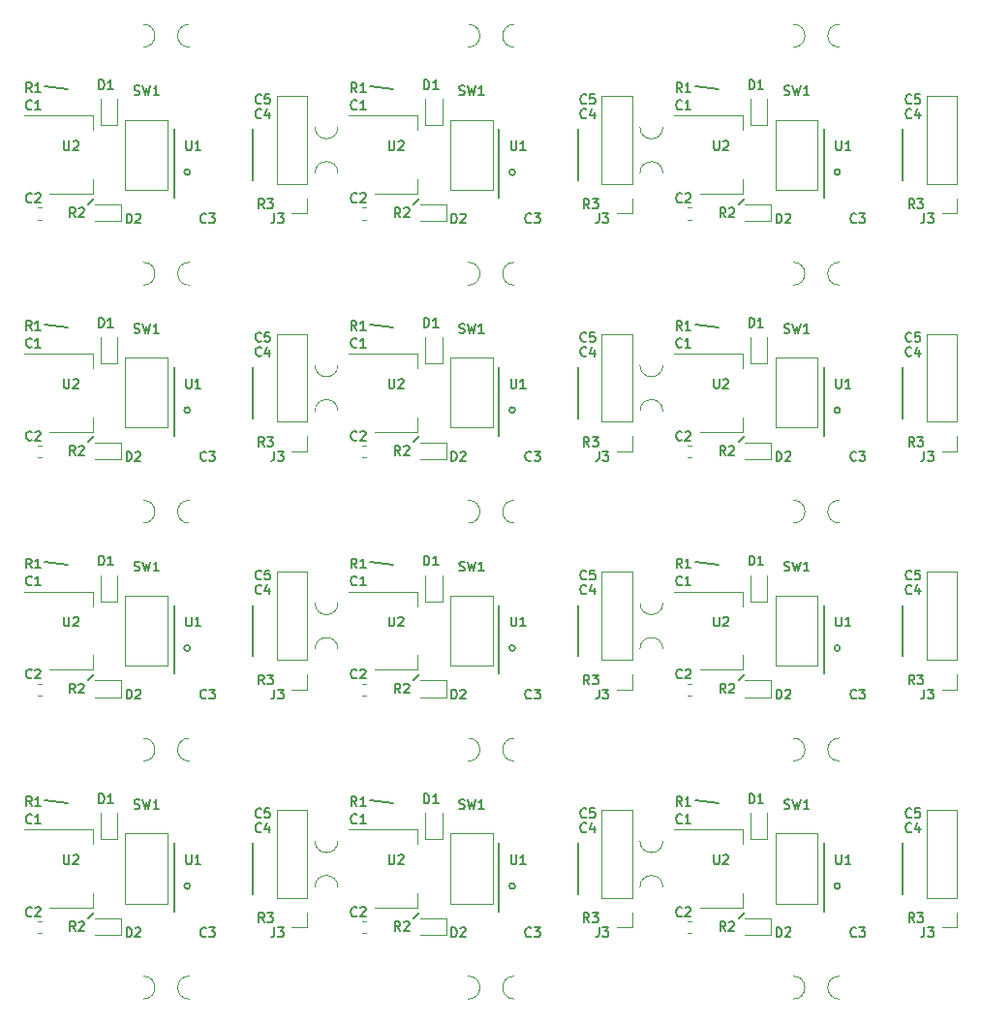
<source format=gbr>
G04 #@! TF.GenerationSoftware,KiCad,Pcbnew,(5.1.5)-2*
G04 #@! TF.CreationDate,2020-08-21T18:58:50+01:00*
G04 #@! TF.ProjectId,STM8S003F3_panel,53544d38-5330-4303-9346-335f70616e65,rev?*
G04 #@! TF.SameCoordinates,Original*
G04 #@! TF.FileFunction,Legend,Top*
G04 #@! TF.FilePolarity,Positive*
%FSLAX46Y46*%
G04 Gerber Fmt 4.6, Leading zero omitted, Abs format (unit mm)*
G04 Created by KiCad (PCBNEW (5.1.5)-2) date 2020-08-21 18:58:50*
%MOMM*%
%LPD*%
G04 APERTURE LIST*
%ADD10C,0.152000*%
%ADD11C,0.100000*%
%ADD12C,0.120000*%
%ADD13C,0.150000*%
%ADD14C,0.152400*%
G04 APERTURE END LIST*
D10*
X175949600Y-128172100D02*
X176457600Y-127664100D01*
X147533600Y-128172100D02*
X148041600Y-127664100D01*
X119117600Y-128172100D02*
X119625600Y-127664100D01*
X175949600Y-107376100D02*
X176457600Y-106868100D01*
X147533600Y-107376100D02*
X148041600Y-106868100D01*
X119117600Y-107376100D02*
X119625600Y-106868100D01*
X175949600Y-86580100D02*
X176457600Y-86072100D01*
X147533600Y-86580100D02*
X148041600Y-86072100D01*
X119117600Y-86580100D02*
X119625600Y-86072100D01*
X175949600Y-65784100D02*
X176457600Y-65276100D01*
X147533600Y-65784100D02*
X148041600Y-65276100D01*
X172139600Y-117885100D02*
X174171600Y-118139100D01*
X143723600Y-117885100D02*
X145755600Y-118139100D01*
X115307600Y-117885100D02*
X117339600Y-118139100D01*
X172139600Y-97089100D02*
X174171600Y-97343100D01*
X143723600Y-97089100D02*
X145755600Y-97343100D01*
X115307600Y-97089100D02*
X117339600Y-97343100D01*
X172139600Y-76293100D02*
X174171600Y-76547100D01*
X143723600Y-76293100D02*
X145755600Y-76547100D01*
X115307600Y-76293100D02*
X117339600Y-76547100D01*
X172139600Y-55497100D02*
X174171600Y-55751100D01*
X143723600Y-55497100D02*
X145755600Y-55751100D01*
X184839600Y-125378100D02*
G75*
G03X184839600Y-125378100I-254000J0D01*
G01*
X156423600Y-125378100D02*
G75*
G03X156423600Y-125378100I-254000J0D01*
G01*
X128007600Y-125378100D02*
G75*
G03X128007600Y-125378100I-254000J0D01*
G01*
X184839600Y-104582100D02*
G75*
G03X184839600Y-104582100I-254000J0D01*
G01*
X156423600Y-104582100D02*
G75*
G03X156423600Y-104582100I-254000J0D01*
G01*
X128007600Y-104582100D02*
G75*
G03X128007600Y-104582100I-254000J0D01*
G01*
X184839600Y-83786100D02*
G75*
G03X184839600Y-83786100I-254000J0D01*
G01*
X156423600Y-83786100D02*
G75*
G03X156423600Y-83786100I-254000J0D01*
G01*
X128007600Y-83786100D02*
G75*
G03X128007600Y-83786100I-254000J0D01*
G01*
X184839600Y-62990100D02*
G75*
G03X184839600Y-62990100I-254000J0D01*
G01*
X156423600Y-62990100D02*
G75*
G03X156423600Y-62990100I-254000J0D01*
G01*
X128007600Y-62990100D02*
G75*
G03X128007600Y-62990100I-254000J0D01*
G01*
X115307600Y-55497100D02*
X117339600Y-55751100D01*
X119117600Y-65784100D02*
X119625600Y-65276100D01*
D11*
X123929600Y-72864100D02*
G75*
G03X123929600Y-70864100I0J1000000D01*
G01*
X127929600Y-70864100D02*
G75*
G03X127929600Y-72864100I0J-1000000D01*
G01*
X127929600Y-112456100D02*
G75*
G03X127929600Y-114456100I0J-1000000D01*
G01*
X123929600Y-114456100D02*
G75*
G03X123929600Y-112456100I0J1000000D01*
G01*
X156345600Y-112456100D02*
G75*
G03X156345600Y-114456100I0J-1000000D01*
G01*
X152345600Y-114456100D02*
G75*
G03X152345600Y-112456100I0J1000000D01*
G01*
X184761600Y-112456100D02*
G75*
G03X184761600Y-114456100I0J-1000000D01*
G01*
X180761600Y-114456100D02*
G75*
G03X180761600Y-112456100I0J1000000D01*
G01*
D12*
X170325600Y-120444100D02*
X176335600Y-120444100D01*
X172575600Y-127264100D02*
X176335600Y-127264100D01*
X176335600Y-120444100D02*
X176335600Y-121704100D01*
X176335600Y-127264100D02*
X176335600Y-126004100D01*
X141909600Y-120444100D02*
X147919600Y-120444100D01*
X144159600Y-127264100D02*
X147919600Y-127264100D01*
X147919600Y-120444100D02*
X147919600Y-121704100D01*
X147919600Y-127264100D02*
X147919600Y-126004100D01*
X113493600Y-120444100D02*
X119503600Y-120444100D01*
X115743600Y-127264100D02*
X119503600Y-127264100D01*
X119503600Y-120444100D02*
X119503600Y-121704100D01*
X119503600Y-127264100D02*
X119503600Y-126004100D01*
X170325600Y-99648100D02*
X176335600Y-99648100D01*
X172575600Y-106468100D02*
X176335600Y-106468100D01*
X176335600Y-99648100D02*
X176335600Y-100908100D01*
X176335600Y-106468100D02*
X176335600Y-105208100D01*
X141909600Y-99648100D02*
X147919600Y-99648100D01*
X144159600Y-106468100D02*
X147919600Y-106468100D01*
X147919600Y-99648100D02*
X147919600Y-100908100D01*
X147919600Y-106468100D02*
X147919600Y-105208100D01*
X113493600Y-99648100D02*
X119503600Y-99648100D01*
X115743600Y-106468100D02*
X119503600Y-106468100D01*
X119503600Y-99648100D02*
X119503600Y-100908100D01*
X119503600Y-106468100D02*
X119503600Y-105208100D01*
X170325600Y-78852100D02*
X176335600Y-78852100D01*
X172575600Y-85672100D02*
X176335600Y-85672100D01*
X176335600Y-78852100D02*
X176335600Y-80112100D01*
X176335600Y-85672100D02*
X176335600Y-84412100D01*
X141909600Y-78852100D02*
X147919600Y-78852100D01*
X144159600Y-85672100D02*
X147919600Y-85672100D01*
X147919600Y-78852100D02*
X147919600Y-80112100D01*
X147919600Y-85672100D02*
X147919600Y-84412100D01*
X113493600Y-78852100D02*
X119503600Y-78852100D01*
X115743600Y-85672100D02*
X119503600Y-85672100D01*
X119503600Y-78852100D02*
X119503600Y-80112100D01*
X119503600Y-85672100D02*
X119503600Y-84412100D01*
X170325600Y-58056100D02*
X176335600Y-58056100D01*
X172575600Y-64876100D02*
X176335600Y-64876100D01*
X176335600Y-58056100D02*
X176335600Y-59316100D01*
X176335600Y-64876100D02*
X176335600Y-63616100D01*
X141909600Y-58056100D02*
X147919600Y-58056100D01*
X144159600Y-64876100D02*
X147919600Y-64876100D01*
X147919600Y-58056100D02*
X147919600Y-59316100D01*
X147919600Y-64876100D02*
X147919600Y-63616100D01*
X176529500Y-129671000D02*
X178814500Y-129671000D01*
X178814500Y-129671000D02*
X178814500Y-128201000D01*
X178814500Y-128201000D02*
X176529500Y-128201000D01*
X148113500Y-129671000D02*
X150398500Y-129671000D01*
X150398500Y-129671000D02*
X150398500Y-128201000D01*
X150398500Y-128201000D02*
X148113500Y-128201000D01*
X119697500Y-129671000D02*
X121982500Y-129671000D01*
X121982500Y-129671000D02*
X121982500Y-128201000D01*
X121982500Y-128201000D02*
X119697500Y-128201000D01*
X176529500Y-108875000D02*
X178814500Y-108875000D01*
X178814500Y-108875000D02*
X178814500Y-107405000D01*
X178814500Y-107405000D02*
X176529500Y-107405000D01*
X148113500Y-108875000D02*
X150398500Y-108875000D01*
X150398500Y-108875000D02*
X150398500Y-107405000D01*
X150398500Y-107405000D02*
X148113500Y-107405000D01*
X119697500Y-108875000D02*
X121982500Y-108875000D01*
X121982500Y-108875000D02*
X121982500Y-107405000D01*
X121982500Y-107405000D02*
X119697500Y-107405000D01*
X176529500Y-88079000D02*
X178814500Y-88079000D01*
X178814500Y-88079000D02*
X178814500Y-86609000D01*
X178814500Y-86609000D02*
X176529500Y-86609000D01*
X148113500Y-88079000D02*
X150398500Y-88079000D01*
X150398500Y-88079000D02*
X150398500Y-86609000D01*
X150398500Y-86609000D02*
X148113500Y-86609000D01*
X119697500Y-88079000D02*
X121982500Y-88079000D01*
X121982500Y-88079000D02*
X121982500Y-86609000D01*
X121982500Y-86609000D02*
X119697500Y-86609000D01*
X176529500Y-67283000D02*
X178814500Y-67283000D01*
X178814500Y-67283000D02*
X178814500Y-65813000D01*
X178814500Y-65813000D02*
X176529500Y-65813000D01*
X148113500Y-67283000D02*
X150398500Y-67283000D01*
X150398500Y-67283000D02*
X150398500Y-65813000D01*
X150398500Y-65813000D02*
X148113500Y-65813000D01*
D13*
X183421600Y-127604100D02*
X183421600Y-121629100D01*
X190321600Y-126079100D02*
X190321600Y-121629100D01*
X155005600Y-127604100D02*
X155005600Y-121629100D01*
X161905600Y-126079100D02*
X161905600Y-121629100D01*
X126589600Y-127604100D02*
X126589600Y-121629100D01*
X133489600Y-126079100D02*
X133489600Y-121629100D01*
X183421600Y-106808100D02*
X183421600Y-100833100D01*
X190321600Y-105283100D02*
X190321600Y-100833100D01*
X155005600Y-106808100D02*
X155005600Y-100833100D01*
X161905600Y-105283100D02*
X161905600Y-100833100D01*
X126589600Y-106808100D02*
X126589600Y-100833100D01*
X133489600Y-105283100D02*
X133489600Y-100833100D01*
X183421600Y-86012100D02*
X183421600Y-80037100D01*
X190321600Y-84487100D02*
X190321600Y-80037100D01*
X155005600Y-86012100D02*
X155005600Y-80037100D01*
X161905600Y-84487100D02*
X161905600Y-80037100D01*
X126589600Y-86012100D02*
X126589600Y-80037100D01*
X133489600Y-84487100D02*
X133489600Y-80037100D01*
X183421600Y-65216100D02*
X183421600Y-59241100D01*
X190321600Y-63691100D02*
X190321600Y-59241100D01*
X155005600Y-65216100D02*
X155005600Y-59241100D01*
X161905600Y-63691100D02*
X161905600Y-59241100D01*
D12*
X178462600Y-121275100D02*
X178462600Y-118990100D01*
X176992600Y-121275100D02*
X178462600Y-121275100D01*
X176992600Y-118990100D02*
X176992600Y-121275100D01*
X150046600Y-121275100D02*
X150046600Y-118990100D01*
X148576600Y-121275100D02*
X150046600Y-121275100D01*
X148576600Y-118990100D02*
X148576600Y-121275100D01*
X121630600Y-121275100D02*
X121630600Y-118990100D01*
X120160600Y-121275100D02*
X121630600Y-121275100D01*
X120160600Y-118990100D02*
X120160600Y-121275100D01*
X178462600Y-100479100D02*
X178462600Y-98194100D01*
X176992600Y-100479100D02*
X178462600Y-100479100D01*
X176992600Y-98194100D02*
X176992600Y-100479100D01*
X150046600Y-100479100D02*
X150046600Y-98194100D01*
X148576600Y-100479100D02*
X150046600Y-100479100D01*
X148576600Y-98194100D02*
X148576600Y-100479100D01*
X121630600Y-100479100D02*
X121630600Y-98194100D01*
X120160600Y-100479100D02*
X121630600Y-100479100D01*
X120160600Y-98194100D02*
X120160600Y-100479100D01*
X178462600Y-79683100D02*
X178462600Y-77398100D01*
X176992600Y-79683100D02*
X178462600Y-79683100D01*
X176992600Y-77398100D02*
X176992600Y-79683100D01*
X150046600Y-79683100D02*
X150046600Y-77398100D01*
X148576600Y-79683100D02*
X150046600Y-79683100D01*
X148576600Y-77398100D02*
X148576600Y-79683100D01*
X121630600Y-79683100D02*
X121630600Y-77398100D01*
X120160600Y-79683100D02*
X121630600Y-79683100D01*
X120160600Y-77398100D02*
X120160600Y-79683100D01*
X178462600Y-58887100D02*
X178462600Y-56602100D01*
X176992600Y-58887100D02*
X178462600Y-58887100D01*
X176992600Y-56602100D02*
X176992600Y-58887100D01*
X150046600Y-58887100D02*
X150046600Y-56602100D01*
X148576600Y-58887100D02*
X150046600Y-58887100D01*
X148576600Y-56602100D02*
X148576600Y-58887100D01*
X195068000Y-118716000D02*
X192408000Y-118716000D01*
X195068000Y-126396000D02*
X195068000Y-118716000D01*
X192408000Y-126396000D02*
X192408000Y-118716000D01*
X195068000Y-126396000D02*
X192408000Y-126396000D01*
X195068000Y-127666000D02*
X195068000Y-128996000D01*
X195068000Y-128996000D02*
X193738000Y-128996000D01*
X166652000Y-118716000D02*
X163992000Y-118716000D01*
X166652000Y-126396000D02*
X166652000Y-118716000D01*
X163992000Y-126396000D02*
X163992000Y-118716000D01*
X166652000Y-126396000D02*
X163992000Y-126396000D01*
X166652000Y-127666000D02*
X166652000Y-128996000D01*
X166652000Y-128996000D02*
X165322000Y-128996000D01*
X138236000Y-118716000D02*
X135576000Y-118716000D01*
X138236000Y-126396000D02*
X138236000Y-118716000D01*
X135576000Y-126396000D02*
X135576000Y-118716000D01*
X138236000Y-126396000D02*
X135576000Y-126396000D01*
X138236000Y-127666000D02*
X138236000Y-128996000D01*
X138236000Y-128996000D02*
X136906000Y-128996000D01*
X195068000Y-97920000D02*
X192408000Y-97920000D01*
X195068000Y-105600000D02*
X195068000Y-97920000D01*
X192408000Y-105600000D02*
X192408000Y-97920000D01*
X195068000Y-105600000D02*
X192408000Y-105600000D01*
X195068000Y-106870000D02*
X195068000Y-108200000D01*
X195068000Y-108200000D02*
X193738000Y-108200000D01*
X166652000Y-97920000D02*
X163992000Y-97920000D01*
X166652000Y-105600000D02*
X166652000Y-97920000D01*
X163992000Y-105600000D02*
X163992000Y-97920000D01*
X166652000Y-105600000D02*
X163992000Y-105600000D01*
X166652000Y-106870000D02*
X166652000Y-108200000D01*
X166652000Y-108200000D02*
X165322000Y-108200000D01*
X138236000Y-97920000D02*
X135576000Y-97920000D01*
X138236000Y-105600000D02*
X138236000Y-97920000D01*
X135576000Y-105600000D02*
X135576000Y-97920000D01*
X138236000Y-105600000D02*
X135576000Y-105600000D01*
X138236000Y-106870000D02*
X138236000Y-108200000D01*
X138236000Y-108200000D02*
X136906000Y-108200000D01*
X195068000Y-77124000D02*
X192408000Y-77124000D01*
X195068000Y-84804000D02*
X195068000Y-77124000D01*
X192408000Y-84804000D02*
X192408000Y-77124000D01*
X195068000Y-84804000D02*
X192408000Y-84804000D01*
X195068000Y-86074000D02*
X195068000Y-87404000D01*
X195068000Y-87404000D02*
X193738000Y-87404000D01*
X166652000Y-77124000D02*
X163992000Y-77124000D01*
X166652000Y-84804000D02*
X166652000Y-77124000D01*
X163992000Y-84804000D02*
X163992000Y-77124000D01*
X166652000Y-84804000D02*
X163992000Y-84804000D01*
X166652000Y-86074000D02*
X166652000Y-87404000D01*
X166652000Y-87404000D02*
X165322000Y-87404000D01*
X138236000Y-77124000D02*
X135576000Y-77124000D01*
X138236000Y-84804000D02*
X138236000Y-77124000D01*
X135576000Y-84804000D02*
X135576000Y-77124000D01*
X138236000Y-84804000D02*
X135576000Y-84804000D01*
X138236000Y-86074000D02*
X138236000Y-87404000D01*
X138236000Y-87404000D02*
X136906000Y-87404000D01*
X195068000Y-56328000D02*
X192408000Y-56328000D01*
X195068000Y-64008000D02*
X195068000Y-56328000D01*
X192408000Y-64008000D02*
X192408000Y-56328000D01*
X195068000Y-64008000D02*
X192408000Y-64008000D01*
X195068000Y-65278000D02*
X195068000Y-66608000D01*
X195068000Y-66608000D02*
X193738000Y-66608000D01*
X166652000Y-56328000D02*
X163992000Y-56328000D01*
X166652000Y-64008000D02*
X166652000Y-56328000D01*
X163992000Y-64008000D02*
X163992000Y-56328000D01*
X166652000Y-64008000D02*
X163992000Y-64008000D01*
X166652000Y-65278000D02*
X166652000Y-66608000D01*
X166652000Y-66608000D02*
X165322000Y-66608000D01*
X171506821Y-129508100D02*
X171832379Y-129508100D01*
X171506821Y-128488100D02*
X171832379Y-128488100D01*
X143090821Y-129508100D02*
X143416379Y-129508100D01*
X143090821Y-128488100D02*
X143416379Y-128488100D01*
X114674821Y-129508100D02*
X115000379Y-129508100D01*
X114674821Y-128488100D02*
X115000379Y-128488100D01*
X171506821Y-108712100D02*
X171832379Y-108712100D01*
X171506821Y-107692100D02*
X171832379Y-107692100D01*
X143090821Y-108712100D02*
X143416379Y-108712100D01*
X143090821Y-107692100D02*
X143416379Y-107692100D01*
X114674821Y-108712100D02*
X115000379Y-108712100D01*
X114674821Y-107692100D02*
X115000379Y-107692100D01*
X171506821Y-87916100D02*
X171832379Y-87916100D01*
X171506821Y-86896100D02*
X171832379Y-86896100D01*
X143090821Y-87916100D02*
X143416379Y-87916100D01*
X143090821Y-86896100D02*
X143416379Y-86896100D01*
X114674821Y-87916100D02*
X115000379Y-87916100D01*
X114674821Y-86896100D02*
X115000379Y-86896100D01*
X171506821Y-67120100D02*
X171832379Y-67120100D01*
X171506821Y-66100100D02*
X171832379Y-66100100D01*
X143090821Y-67120100D02*
X143416379Y-67120100D01*
X143090821Y-66100100D02*
X143416379Y-66100100D01*
X179179600Y-126914100D02*
X179179600Y-120794100D01*
X179179600Y-120794100D02*
X182879600Y-120794100D01*
X182879600Y-120794100D02*
X182879600Y-126914100D01*
X182879600Y-126914100D02*
X179179600Y-126914100D01*
X150763600Y-126914100D02*
X150763600Y-120794100D01*
X150763600Y-120794100D02*
X154463600Y-120794100D01*
X154463600Y-120794100D02*
X154463600Y-126914100D01*
X154463600Y-126914100D02*
X150763600Y-126914100D01*
X122347600Y-126914100D02*
X122347600Y-120794100D01*
X122347600Y-120794100D02*
X126047600Y-120794100D01*
X126047600Y-120794100D02*
X126047600Y-126914100D01*
X126047600Y-126914100D02*
X122347600Y-126914100D01*
X179179600Y-106118100D02*
X179179600Y-99998100D01*
X179179600Y-99998100D02*
X182879600Y-99998100D01*
X182879600Y-99998100D02*
X182879600Y-106118100D01*
X182879600Y-106118100D02*
X179179600Y-106118100D01*
X150763600Y-106118100D02*
X150763600Y-99998100D01*
X150763600Y-99998100D02*
X154463600Y-99998100D01*
X154463600Y-99998100D02*
X154463600Y-106118100D01*
X154463600Y-106118100D02*
X150763600Y-106118100D01*
X122347600Y-106118100D02*
X122347600Y-99998100D01*
X122347600Y-99998100D02*
X126047600Y-99998100D01*
X126047600Y-99998100D02*
X126047600Y-106118100D01*
X126047600Y-106118100D02*
X122347600Y-106118100D01*
X179179600Y-85322100D02*
X179179600Y-79202100D01*
X179179600Y-79202100D02*
X182879600Y-79202100D01*
X182879600Y-79202100D02*
X182879600Y-85322100D01*
X182879600Y-85322100D02*
X179179600Y-85322100D01*
X150763600Y-85322100D02*
X150763600Y-79202100D01*
X150763600Y-79202100D02*
X154463600Y-79202100D01*
X154463600Y-79202100D02*
X154463600Y-85322100D01*
X154463600Y-85322100D02*
X150763600Y-85322100D01*
X122347600Y-85322100D02*
X122347600Y-79202100D01*
X122347600Y-79202100D02*
X126047600Y-79202100D01*
X126047600Y-79202100D02*
X126047600Y-85322100D01*
X126047600Y-85322100D02*
X122347600Y-85322100D01*
X179179600Y-64526100D02*
X179179600Y-58406100D01*
X179179600Y-58406100D02*
X182879600Y-58406100D01*
X182879600Y-58406100D02*
X182879600Y-64526100D01*
X182879600Y-64526100D02*
X179179600Y-64526100D01*
X150763600Y-64526100D02*
X150763600Y-58406100D01*
X150763600Y-58406100D02*
X154463600Y-58406100D01*
X154463600Y-58406100D02*
X154463600Y-64526100D01*
X154463600Y-64526100D02*
X150763600Y-64526100D01*
X126047600Y-64526100D02*
X122347600Y-64526100D01*
X126047600Y-58406100D02*
X126047600Y-64526100D01*
X122347600Y-58406100D02*
X126047600Y-58406100D01*
X122347600Y-64526100D02*
X122347600Y-58406100D01*
X114674821Y-66100100D02*
X115000379Y-66100100D01*
X114674821Y-67120100D02*
X115000379Y-67120100D01*
X138236000Y-66608000D02*
X136906000Y-66608000D01*
X138236000Y-65278000D02*
X138236000Y-66608000D01*
X138236000Y-64008000D02*
X135576000Y-64008000D01*
X135576000Y-64008000D02*
X135576000Y-56328000D01*
X138236000Y-64008000D02*
X138236000Y-56328000D01*
X138236000Y-56328000D02*
X135576000Y-56328000D01*
X120160600Y-56602100D02*
X120160600Y-58887100D01*
X120160600Y-58887100D02*
X121630600Y-58887100D01*
X121630600Y-58887100D02*
X121630600Y-56602100D01*
D13*
X133489600Y-63691100D02*
X133489600Y-59241100D01*
X126589600Y-65216100D02*
X126589600Y-59241100D01*
D12*
X121982500Y-65813000D02*
X119697500Y-65813000D01*
X121982500Y-67283000D02*
X121982500Y-65813000D01*
X119697500Y-67283000D02*
X121982500Y-67283000D01*
X119503600Y-64876100D02*
X119503600Y-63616100D01*
X119503600Y-58056100D02*
X119503600Y-59316100D01*
X115743600Y-64876100D02*
X119503600Y-64876100D01*
X113493600Y-58056100D02*
X119503600Y-58056100D01*
D11*
X127929600Y-133252100D02*
G75*
G03X127929600Y-135252100I0J-1000000D01*
G01*
X123929600Y-135252100D02*
G75*
G03X123929600Y-133252100I0J1000000D01*
G01*
X156345600Y-133252100D02*
G75*
G03X156345600Y-135252100I0J-1000000D01*
G01*
X152345600Y-135252100D02*
G75*
G03X152345600Y-133252100I0J1000000D01*
G01*
X184761600Y-133252100D02*
G75*
G03X184761600Y-135252100I0J-1000000D01*
G01*
X180761600Y-135252100D02*
G75*
G03X180761600Y-133252100I0J1000000D01*
G01*
X140929600Y-104660100D02*
G75*
G03X138929600Y-104660100I-1000000J0D01*
G01*
X138929600Y-100660100D02*
G75*
G03X140929600Y-100660100I1000000J0D01*
G01*
X184761600Y-91660100D02*
G75*
G03X184761600Y-93660100I0J-1000000D01*
G01*
X180761600Y-93660100D02*
G75*
G03X180761600Y-91660100I0J1000000D01*
G01*
X184761600Y-70864100D02*
G75*
G03X184761600Y-72864100I0J-1000000D01*
G01*
X180761600Y-72864100D02*
G75*
G03X180761600Y-70864100I0J1000000D01*
G01*
X156345600Y-91660100D02*
G75*
G03X156345600Y-93660100I0J-1000000D01*
G01*
X152345600Y-93660100D02*
G75*
G03X152345600Y-91660100I0J1000000D01*
G01*
X127929600Y-91660100D02*
G75*
G03X127929600Y-93660100I0J-1000000D01*
G01*
X123929600Y-93660100D02*
G75*
G03X123929600Y-91660100I0J1000000D01*
G01*
X156345600Y-70864100D02*
G75*
G03X156345600Y-72864100I0J-1000000D01*
G01*
X152345600Y-72864100D02*
G75*
G03X152345600Y-70864100I0J1000000D01*
G01*
X169345600Y-125456100D02*
G75*
G03X167345600Y-125456100I-1000000J0D01*
G01*
X167345600Y-121456100D02*
G75*
G03X169345600Y-121456100I1000000J0D01*
G01*
X140929600Y-125456100D02*
G75*
G03X138929600Y-125456100I-1000000J0D01*
G01*
X138929600Y-121456100D02*
G75*
G03X140929600Y-121456100I1000000J0D01*
G01*
X169345600Y-104660100D02*
G75*
G03X167345600Y-104660100I-1000000J0D01*
G01*
X167345600Y-100660100D02*
G75*
G03X169345600Y-100660100I1000000J0D01*
G01*
X169345600Y-83864100D02*
G75*
G03X167345600Y-83864100I-1000000J0D01*
G01*
X167345600Y-79864100D02*
G75*
G03X169345600Y-79864100I1000000J0D01*
G01*
X140929600Y-83864100D02*
G75*
G03X138929600Y-83864100I-1000000J0D01*
G01*
X138929600Y-79864100D02*
G75*
G03X140929600Y-79864100I1000000J0D01*
G01*
X169345600Y-63068100D02*
G75*
G03X167345600Y-63068100I-1000000J0D01*
G01*
X167345600Y-59068100D02*
G75*
G03X169345600Y-59068100I1000000J0D01*
G01*
X180761600Y-52068100D02*
G75*
G03X180761600Y-50068100I0J1000000D01*
G01*
X184761600Y-50068100D02*
G75*
G03X184761600Y-52068100I0J-1000000D01*
G01*
X152345600Y-52068100D02*
G75*
G03X152345600Y-50068100I0J1000000D01*
G01*
X156345600Y-50068100D02*
G75*
G03X156345600Y-52068100I0J-1000000D01*
G01*
X138929600Y-59068100D02*
G75*
G03X140929600Y-59068100I1000000J0D01*
G01*
X140929600Y-63068100D02*
G75*
G03X138929600Y-63068100I-1000000J0D01*
G01*
X127929600Y-50068100D02*
G75*
G03X127929600Y-52068100I0J-1000000D01*
G01*
X123929600Y-52068100D02*
G75*
G03X123929600Y-50068100I0J1000000D01*
G01*
D13*
X191062533Y-119320285D02*
X191023828Y-119358990D01*
X190907714Y-119397695D01*
X190830304Y-119397695D01*
X190714190Y-119358990D01*
X190636780Y-119281580D01*
X190598076Y-119204171D01*
X190559371Y-119049352D01*
X190559371Y-118933238D01*
X190598076Y-118778419D01*
X190636780Y-118701009D01*
X190714190Y-118623600D01*
X190830304Y-118584895D01*
X190907714Y-118584895D01*
X191023828Y-118623600D01*
X191062533Y-118662304D01*
X191797923Y-118584895D02*
X191410876Y-118584895D01*
X191372171Y-118971942D01*
X191410876Y-118933238D01*
X191488285Y-118894533D01*
X191681809Y-118894533D01*
X191759219Y-118933238D01*
X191797923Y-118971942D01*
X191836628Y-119049352D01*
X191836628Y-119242876D01*
X191797923Y-119320285D01*
X191759219Y-119358990D01*
X191681809Y-119397695D01*
X191488285Y-119397695D01*
X191410876Y-119358990D01*
X191372171Y-119320285D01*
X162646533Y-119320285D02*
X162607828Y-119358990D01*
X162491714Y-119397695D01*
X162414304Y-119397695D01*
X162298190Y-119358990D01*
X162220780Y-119281580D01*
X162182076Y-119204171D01*
X162143371Y-119049352D01*
X162143371Y-118933238D01*
X162182076Y-118778419D01*
X162220780Y-118701009D01*
X162298190Y-118623600D01*
X162414304Y-118584895D01*
X162491714Y-118584895D01*
X162607828Y-118623600D01*
X162646533Y-118662304D01*
X163381923Y-118584895D02*
X162994876Y-118584895D01*
X162956171Y-118971942D01*
X162994876Y-118933238D01*
X163072285Y-118894533D01*
X163265809Y-118894533D01*
X163343219Y-118933238D01*
X163381923Y-118971942D01*
X163420628Y-119049352D01*
X163420628Y-119242876D01*
X163381923Y-119320285D01*
X163343219Y-119358990D01*
X163265809Y-119397695D01*
X163072285Y-119397695D01*
X162994876Y-119358990D01*
X162956171Y-119320285D01*
X134230533Y-119320285D02*
X134191828Y-119358990D01*
X134075714Y-119397695D01*
X133998304Y-119397695D01*
X133882190Y-119358990D01*
X133804780Y-119281580D01*
X133766076Y-119204171D01*
X133727371Y-119049352D01*
X133727371Y-118933238D01*
X133766076Y-118778419D01*
X133804780Y-118701009D01*
X133882190Y-118623600D01*
X133998304Y-118584895D01*
X134075714Y-118584895D01*
X134191828Y-118623600D01*
X134230533Y-118662304D01*
X134965923Y-118584895D02*
X134578876Y-118584895D01*
X134540171Y-118971942D01*
X134578876Y-118933238D01*
X134656285Y-118894533D01*
X134849809Y-118894533D01*
X134927219Y-118933238D01*
X134965923Y-118971942D01*
X135004628Y-119049352D01*
X135004628Y-119242876D01*
X134965923Y-119320285D01*
X134927219Y-119358990D01*
X134849809Y-119397695D01*
X134656285Y-119397695D01*
X134578876Y-119358990D01*
X134540171Y-119320285D01*
X191062533Y-98524285D02*
X191023828Y-98562990D01*
X190907714Y-98601695D01*
X190830304Y-98601695D01*
X190714190Y-98562990D01*
X190636780Y-98485580D01*
X190598076Y-98408171D01*
X190559371Y-98253352D01*
X190559371Y-98137238D01*
X190598076Y-97982419D01*
X190636780Y-97905009D01*
X190714190Y-97827600D01*
X190830304Y-97788895D01*
X190907714Y-97788895D01*
X191023828Y-97827600D01*
X191062533Y-97866304D01*
X191797923Y-97788895D02*
X191410876Y-97788895D01*
X191372171Y-98175942D01*
X191410876Y-98137238D01*
X191488285Y-98098533D01*
X191681809Y-98098533D01*
X191759219Y-98137238D01*
X191797923Y-98175942D01*
X191836628Y-98253352D01*
X191836628Y-98446876D01*
X191797923Y-98524285D01*
X191759219Y-98562990D01*
X191681809Y-98601695D01*
X191488285Y-98601695D01*
X191410876Y-98562990D01*
X191372171Y-98524285D01*
X162646533Y-98524285D02*
X162607828Y-98562990D01*
X162491714Y-98601695D01*
X162414304Y-98601695D01*
X162298190Y-98562990D01*
X162220780Y-98485580D01*
X162182076Y-98408171D01*
X162143371Y-98253352D01*
X162143371Y-98137238D01*
X162182076Y-97982419D01*
X162220780Y-97905009D01*
X162298190Y-97827600D01*
X162414304Y-97788895D01*
X162491714Y-97788895D01*
X162607828Y-97827600D01*
X162646533Y-97866304D01*
X163381923Y-97788895D02*
X162994876Y-97788895D01*
X162956171Y-98175942D01*
X162994876Y-98137238D01*
X163072285Y-98098533D01*
X163265809Y-98098533D01*
X163343219Y-98137238D01*
X163381923Y-98175942D01*
X163420628Y-98253352D01*
X163420628Y-98446876D01*
X163381923Y-98524285D01*
X163343219Y-98562990D01*
X163265809Y-98601695D01*
X163072285Y-98601695D01*
X162994876Y-98562990D01*
X162956171Y-98524285D01*
X134230533Y-98524285D02*
X134191828Y-98562990D01*
X134075714Y-98601695D01*
X133998304Y-98601695D01*
X133882190Y-98562990D01*
X133804780Y-98485580D01*
X133766076Y-98408171D01*
X133727371Y-98253352D01*
X133727371Y-98137238D01*
X133766076Y-97982419D01*
X133804780Y-97905009D01*
X133882190Y-97827600D01*
X133998304Y-97788895D01*
X134075714Y-97788895D01*
X134191828Y-97827600D01*
X134230533Y-97866304D01*
X134965923Y-97788895D02*
X134578876Y-97788895D01*
X134540171Y-98175942D01*
X134578876Y-98137238D01*
X134656285Y-98098533D01*
X134849809Y-98098533D01*
X134927219Y-98137238D01*
X134965923Y-98175942D01*
X135004628Y-98253352D01*
X135004628Y-98446876D01*
X134965923Y-98524285D01*
X134927219Y-98562990D01*
X134849809Y-98601695D01*
X134656285Y-98601695D01*
X134578876Y-98562990D01*
X134540171Y-98524285D01*
X191062533Y-77728285D02*
X191023828Y-77766990D01*
X190907714Y-77805695D01*
X190830304Y-77805695D01*
X190714190Y-77766990D01*
X190636780Y-77689580D01*
X190598076Y-77612171D01*
X190559371Y-77457352D01*
X190559371Y-77341238D01*
X190598076Y-77186419D01*
X190636780Y-77109009D01*
X190714190Y-77031600D01*
X190830304Y-76992895D01*
X190907714Y-76992895D01*
X191023828Y-77031600D01*
X191062533Y-77070304D01*
X191797923Y-76992895D02*
X191410876Y-76992895D01*
X191372171Y-77379942D01*
X191410876Y-77341238D01*
X191488285Y-77302533D01*
X191681809Y-77302533D01*
X191759219Y-77341238D01*
X191797923Y-77379942D01*
X191836628Y-77457352D01*
X191836628Y-77650876D01*
X191797923Y-77728285D01*
X191759219Y-77766990D01*
X191681809Y-77805695D01*
X191488285Y-77805695D01*
X191410876Y-77766990D01*
X191372171Y-77728285D01*
X162646533Y-77728285D02*
X162607828Y-77766990D01*
X162491714Y-77805695D01*
X162414304Y-77805695D01*
X162298190Y-77766990D01*
X162220780Y-77689580D01*
X162182076Y-77612171D01*
X162143371Y-77457352D01*
X162143371Y-77341238D01*
X162182076Y-77186419D01*
X162220780Y-77109009D01*
X162298190Y-77031600D01*
X162414304Y-76992895D01*
X162491714Y-76992895D01*
X162607828Y-77031600D01*
X162646533Y-77070304D01*
X163381923Y-76992895D02*
X162994876Y-76992895D01*
X162956171Y-77379942D01*
X162994876Y-77341238D01*
X163072285Y-77302533D01*
X163265809Y-77302533D01*
X163343219Y-77341238D01*
X163381923Y-77379942D01*
X163420628Y-77457352D01*
X163420628Y-77650876D01*
X163381923Y-77728285D01*
X163343219Y-77766990D01*
X163265809Y-77805695D01*
X163072285Y-77805695D01*
X162994876Y-77766990D01*
X162956171Y-77728285D01*
X134230533Y-77728285D02*
X134191828Y-77766990D01*
X134075714Y-77805695D01*
X133998304Y-77805695D01*
X133882190Y-77766990D01*
X133804780Y-77689580D01*
X133766076Y-77612171D01*
X133727371Y-77457352D01*
X133727371Y-77341238D01*
X133766076Y-77186419D01*
X133804780Y-77109009D01*
X133882190Y-77031600D01*
X133998304Y-76992895D01*
X134075714Y-76992895D01*
X134191828Y-77031600D01*
X134230533Y-77070304D01*
X134965923Y-76992895D02*
X134578876Y-76992895D01*
X134540171Y-77379942D01*
X134578876Y-77341238D01*
X134656285Y-77302533D01*
X134849809Y-77302533D01*
X134927219Y-77341238D01*
X134965923Y-77379942D01*
X135004628Y-77457352D01*
X135004628Y-77650876D01*
X134965923Y-77728285D01*
X134927219Y-77766990D01*
X134849809Y-77805695D01*
X134656285Y-77805695D01*
X134578876Y-77766990D01*
X134540171Y-77728285D01*
X191062533Y-56932285D02*
X191023828Y-56970990D01*
X190907714Y-57009695D01*
X190830304Y-57009695D01*
X190714190Y-56970990D01*
X190636780Y-56893580D01*
X190598076Y-56816171D01*
X190559371Y-56661352D01*
X190559371Y-56545238D01*
X190598076Y-56390419D01*
X190636780Y-56313009D01*
X190714190Y-56235600D01*
X190830304Y-56196895D01*
X190907714Y-56196895D01*
X191023828Y-56235600D01*
X191062533Y-56274304D01*
X191797923Y-56196895D02*
X191410876Y-56196895D01*
X191372171Y-56583942D01*
X191410876Y-56545238D01*
X191488285Y-56506533D01*
X191681809Y-56506533D01*
X191759219Y-56545238D01*
X191797923Y-56583942D01*
X191836628Y-56661352D01*
X191836628Y-56854876D01*
X191797923Y-56932285D01*
X191759219Y-56970990D01*
X191681809Y-57009695D01*
X191488285Y-57009695D01*
X191410876Y-56970990D01*
X191372171Y-56932285D01*
X162646533Y-56932285D02*
X162607828Y-56970990D01*
X162491714Y-57009695D01*
X162414304Y-57009695D01*
X162298190Y-56970990D01*
X162220780Y-56893580D01*
X162182076Y-56816171D01*
X162143371Y-56661352D01*
X162143371Y-56545238D01*
X162182076Y-56390419D01*
X162220780Y-56313009D01*
X162298190Y-56235600D01*
X162414304Y-56196895D01*
X162491714Y-56196895D01*
X162607828Y-56235600D01*
X162646533Y-56274304D01*
X163381923Y-56196895D02*
X162994876Y-56196895D01*
X162956171Y-56583942D01*
X162994876Y-56545238D01*
X163072285Y-56506533D01*
X163265809Y-56506533D01*
X163343219Y-56545238D01*
X163381923Y-56583942D01*
X163420628Y-56661352D01*
X163420628Y-56854876D01*
X163381923Y-56932285D01*
X163343219Y-56970990D01*
X163265809Y-57009695D01*
X163072285Y-57009695D01*
X162994876Y-56970990D01*
X162956171Y-56932285D01*
X173806323Y-122648895D02*
X173806323Y-123306876D01*
X173845028Y-123384285D01*
X173883733Y-123422990D01*
X173961142Y-123461695D01*
X174115961Y-123461695D01*
X174193371Y-123422990D01*
X174232076Y-123384285D01*
X174270780Y-123306876D01*
X174270780Y-122648895D01*
X174619123Y-122726304D02*
X174657828Y-122687600D01*
X174735238Y-122648895D01*
X174928761Y-122648895D01*
X175006171Y-122687600D01*
X175044876Y-122726304D01*
X175083580Y-122803714D01*
X175083580Y-122881123D01*
X175044876Y-122997238D01*
X174580419Y-123461695D01*
X175083580Y-123461695D01*
X145390323Y-122648895D02*
X145390323Y-123306876D01*
X145429028Y-123384285D01*
X145467733Y-123422990D01*
X145545142Y-123461695D01*
X145699961Y-123461695D01*
X145777371Y-123422990D01*
X145816076Y-123384285D01*
X145854780Y-123306876D01*
X145854780Y-122648895D01*
X146203123Y-122726304D02*
X146241828Y-122687600D01*
X146319238Y-122648895D01*
X146512761Y-122648895D01*
X146590171Y-122687600D01*
X146628876Y-122726304D01*
X146667580Y-122803714D01*
X146667580Y-122881123D01*
X146628876Y-122997238D01*
X146164419Y-123461695D01*
X146667580Y-123461695D01*
X116974323Y-122648895D02*
X116974323Y-123306876D01*
X117013028Y-123384285D01*
X117051733Y-123422990D01*
X117129142Y-123461695D01*
X117283961Y-123461695D01*
X117361371Y-123422990D01*
X117400076Y-123384285D01*
X117438780Y-123306876D01*
X117438780Y-122648895D01*
X117787123Y-122726304D02*
X117825828Y-122687600D01*
X117903238Y-122648895D01*
X118096761Y-122648895D01*
X118174171Y-122687600D01*
X118212876Y-122726304D01*
X118251580Y-122803714D01*
X118251580Y-122881123D01*
X118212876Y-122997238D01*
X117748419Y-123461695D01*
X118251580Y-123461695D01*
X173806323Y-101852895D02*
X173806323Y-102510876D01*
X173845028Y-102588285D01*
X173883733Y-102626990D01*
X173961142Y-102665695D01*
X174115961Y-102665695D01*
X174193371Y-102626990D01*
X174232076Y-102588285D01*
X174270780Y-102510876D01*
X174270780Y-101852895D01*
X174619123Y-101930304D02*
X174657828Y-101891600D01*
X174735238Y-101852895D01*
X174928761Y-101852895D01*
X175006171Y-101891600D01*
X175044876Y-101930304D01*
X175083580Y-102007714D01*
X175083580Y-102085123D01*
X175044876Y-102201238D01*
X174580419Y-102665695D01*
X175083580Y-102665695D01*
X145390323Y-101852895D02*
X145390323Y-102510876D01*
X145429028Y-102588285D01*
X145467733Y-102626990D01*
X145545142Y-102665695D01*
X145699961Y-102665695D01*
X145777371Y-102626990D01*
X145816076Y-102588285D01*
X145854780Y-102510876D01*
X145854780Y-101852895D01*
X146203123Y-101930304D02*
X146241828Y-101891600D01*
X146319238Y-101852895D01*
X146512761Y-101852895D01*
X146590171Y-101891600D01*
X146628876Y-101930304D01*
X146667580Y-102007714D01*
X146667580Y-102085123D01*
X146628876Y-102201238D01*
X146164419Y-102665695D01*
X146667580Y-102665695D01*
X116974323Y-101852895D02*
X116974323Y-102510876D01*
X117013028Y-102588285D01*
X117051733Y-102626990D01*
X117129142Y-102665695D01*
X117283961Y-102665695D01*
X117361371Y-102626990D01*
X117400076Y-102588285D01*
X117438780Y-102510876D01*
X117438780Y-101852895D01*
X117787123Y-101930304D02*
X117825828Y-101891600D01*
X117903238Y-101852895D01*
X118096761Y-101852895D01*
X118174171Y-101891600D01*
X118212876Y-101930304D01*
X118251580Y-102007714D01*
X118251580Y-102085123D01*
X118212876Y-102201238D01*
X117748419Y-102665695D01*
X118251580Y-102665695D01*
X173806323Y-81056895D02*
X173806323Y-81714876D01*
X173845028Y-81792285D01*
X173883733Y-81830990D01*
X173961142Y-81869695D01*
X174115961Y-81869695D01*
X174193371Y-81830990D01*
X174232076Y-81792285D01*
X174270780Y-81714876D01*
X174270780Y-81056895D01*
X174619123Y-81134304D02*
X174657828Y-81095600D01*
X174735238Y-81056895D01*
X174928761Y-81056895D01*
X175006171Y-81095600D01*
X175044876Y-81134304D01*
X175083580Y-81211714D01*
X175083580Y-81289123D01*
X175044876Y-81405238D01*
X174580419Y-81869695D01*
X175083580Y-81869695D01*
X145390323Y-81056895D02*
X145390323Y-81714876D01*
X145429028Y-81792285D01*
X145467733Y-81830990D01*
X145545142Y-81869695D01*
X145699961Y-81869695D01*
X145777371Y-81830990D01*
X145816076Y-81792285D01*
X145854780Y-81714876D01*
X145854780Y-81056895D01*
X146203123Y-81134304D02*
X146241828Y-81095600D01*
X146319238Y-81056895D01*
X146512761Y-81056895D01*
X146590171Y-81095600D01*
X146628876Y-81134304D01*
X146667580Y-81211714D01*
X146667580Y-81289123D01*
X146628876Y-81405238D01*
X146164419Y-81869695D01*
X146667580Y-81869695D01*
X116974323Y-81056895D02*
X116974323Y-81714876D01*
X117013028Y-81792285D01*
X117051733Y-81830990D01*
X117129142Y-81869695D01*
X117283961Y-81869695D01*
X117361371Y-81830990D01*
X117400076Y-81792285D01*
X117438780Y-81714876D01*
X117438780Y-81056895D01*
X117787123Y-81134304D02*
X117825828Y-81095600D01*
X117903238Y-81056895D01*
X118096761Y-81056895D01*
X118174171Y-81095600D01*
X118212876Y-81134304D01*
X118251580Y-81211714D01*
X118251580Y-81289123D01*
X118212876Y-81405238D01*
X117748419Y-81869695D01*
X118251580Y-81869695D01*
X173806323Y-60260895D02*
X173806323Y-60918876D01*
X173845028Y-60996285D01*
X173883733Y-61034990D01*
X173961142Y-61073695D01*
X174115961Y-61073695D01*
X174193371Y-61034990D01*
X174232076Y-60996285D01*
X174270780Y-60918876D01*
X174270780Y-60260895D01*
X174619123Y-60338304D02*
X174657828Y-60299600D01*
X174735238Y-60260895D01*
X174928761Y-60260895D01*
X175006171Y-60299600D01*
X175044876Y-60338304D01*
X175083580Y-60415714D01*
X175083580Y-60493123D01*
X175044876Y-60609238D01*
X174580419Y-61073695D01*
X175083580Y-61073695D01*
X145390323Y-60260895D02*
X145390323Y-60918876D01*
X145429028Y-60996285D01*
X145467733Y-61034990D01*
X145545142Y-61073695D01*
X145699961Y-61073695D01*
X145777371Y-61034990D01*
X145816076Y-60996285D01*
X145854780Y-60918876D01*
X145854780Y-60260895D01*
X146203123Y-60338304D02*
X146241828Y-60299600D01*
X146319238Y-60260895D01*
X146512761Y-60260895D01*
X146590171Y-60299600D01*
X146628876Y-60338304D01*
X146667580Y-60415714D01*
X146667580Y-60493123D01*
X146628876Y-60609238D01*
X146164419Y-61073695D01*
X146667580Y-61073695D01*
X179277976Y-129813595D02*
X179277976Y-129000795D01*
X179471500Y-129000795D01*
X179587614Y-129039500D01*
X179665023Y-129116909D01*
X179703728Y-129194319D01*
X179742433Y-129349138D01*
X179742433Y-129465252D01*
X179703728Y-129620071D01*
X179665023Y-129697480D01*
X179587614Y-129774890D01*
X179471500Y-129813595D01*
X179277976Y-129813595D01*
X180052071Y-129078204D02*
X180090776Y-129039500D01*
X180168185Y-129000795D01*
X180361709Y-129000795D01*
X180439119Y-129039500D01*
X180477823Y-129078204D01*
X180516528Y-129155614D01*
X180516528Y-129233023D01*
X180477823Y-129349138D01*
X180013366Y-129813595D01*
X180516528Y-129813595D01*
X150861976Y-129813595D02*
X150861976Y-129000795D01*
X151055500Y-129000795D01*
X151171614Y-129039500D01*
X151249023Y-129116909D01*
X151287728Y-129194319D01*
X151326433Y-129349138D01*
X151326433Y-129465252D01*
X151287728Y-129620071D01*
X151249023Y-129697480D01*
X151171614Y-129774890D01*
X151055500Y-129813595D01*
X150861976Y-129813595D01*
X151636071Y-129078204D02*
X151674776Y-129039500D01*
X151752185Y-129000795D01*
X151945709Y-129000795D01*
X152023119Y-129039500D01*
X152061823Y-129078204D01*
X152100528Y-129155614D01*
X152100528Y-129233023D01*
X152061823Y-129349138D01*
X151597366Y-129813595D01*
X152100528Y-129813595D01*
X122445976Y-129813595D02*
X122445976Y-129000795D01*
X122639500Y-129000795D01*
X122755614Y-129039500D01*
X122833023Y-129116909D01*
X122871728Y-129194319D01*
X122910433Y-129349138D01*
X122910433Y-129465252D01*
X122871728Y-129620071D01*
X122833023Y-129697480D01*
X122755614Y-129774890D01*
X122639500Y-129813595D01*
X122445976Y-129813595D01*
X123220071Y-129078204D02*
X123258776Y-129039500D01*
X123336185Y-129000795D01*
X123529709Y-129000795D01*
X123607119Y-129039500D01*
X123645823Y-129078204D01*
X123684528Y-129155614D01*
X123684528Y-129233023D01*
X123645823Y-129349138D01*
X123181366Y-129813595D01*
X123684528Y-129813595D01*
X179277976Y-109017595D02*
X179277976Y-108204795D01*
X179471500Y-108204795D01*
X179587614Y-108243500D01*
X179665023Y-108320909D01*
X179703728Y-108398319D01*
X179742433Y-108553138D01*
X179742433Y-108669252D01*
X179703728Y-108824071D01*
X179665023Y-108901480D01*
X179587614Y-108978890D01*
X179471500Y-109017595D01*
X179277976Y-109017595D01*
X180052071Y-108282204D02*
X180090776Y-108243500D01*
X180168185Y-108204795D01*
X180361709Y-108204795D01*
X180439119Y-108243500D01*
X180477823Y-108282204D01*
X180516528Y-108359614D01*
X180516528Y-108437023D01*
X180477823Y-108553138D01*
X180013366Y-109017595D01*
X180516528Y-109017595D01*
X150861976Y-109017595D02*
X150861976Y-108204795D01*
X151055500Y-108204795D01*
X151171614Y-108243500D01*
X151249023Y-108320909D01*
X151287728Y-108398319D01*
X151326433Y-108553138D01*
X151326433Y-108669252D01*
X151287728Y-108824071D01*
X151249023Y-108901480D01*
X151171614Y-108978890D01*
X151055500Y-109017595D01*
X150861976Y-109017595D01*
X151636071Y-108282204D02*
X151674776Y-108243500D01*
X151752185Y-108204795D01*
X151945709Y-108204795D01*
X152023119Y-108243500D01*
X152061823Y-108282204D01*
X152100528Y-108359614D01*
X152100528Y-108437023D01*
X152061823Y-108553138D01*
X151597366Y-109017595D01*
X152100528Y-109017595D01*
X122445976Y-109017595D02*
X122445976Y-108204795D01*
X122639500Y-108204795D01*
X122755614Y-108243500D01*
X122833023Y-108320909D01*
X122871728Y-108398319D01*
X122910433Y-108553138D01*
X122910433Y-108669252D01*
X122871728Y-108824071D01*
X122833023Y-108901480D01*
X122755614Y-108978890D01*
X122639500Y-109017595D01*
X122445976Y-109017595D01*
X123220071Y-108282204D02*
X123258776Y-108243500D01*
X123336185Y-108204795D01*
X123529709Y-108204795D01*
X123607119Y-108243500D01*
X123645823Y-108282204D01*
X123684528Y-108359614D01*
X123684528Y-108437023D01*
X123645823Y-108553138D01*
X123181366Y-109017595D01*
X123684528Y-109017595D01*
X179277976Y-88221595D02*
X179277976Y-87408795D01*
X179471500Y-87408795D01*
X179587614Y-87447500D01*
X179665023Y-87524909D01*
X179703728Y-87602319D01*
X179742433Y-87757138D01*
X179742433Y-87873252D01*
X179703728Y-88028071D01*
X179665023Y-88105480D01*
X179587614Y-88182890D01*
X179471500Y-88221595D01*
X179277976Y-88221595D01*
X180052071Y-87486204D02*
X180090776Y-87447500D01*
X180168185Y-87408795D01*
X180361709Y-87408795D01*
X180439119Y-87447500D01*
X180477823Y-87486204D01*
X180516528Y-87563614D01*
X180516528Y-87641023D01*
X180477823Y-87757138D01*
X180013366Y-88221595D01*
X180516528Y-88221595D01*
X150861976Y-88221595D02*
X150861976Y-87408795D01*
X151055500Y-87408795D01*
X151171614Y-87447500D01*
X151249023Y-87524909D01*
X151287728Y-87602319D01*
X151326433Y-87757138D01*
X151326433Y-87873252D01*
X151287728Y-88028071D01*
X151249023Y-88105480D01*
X151171614Y-88182890D01*
X151055500Y-88221595D01*
X150861976Y-88221595D01*
X151636071Y-87486204D02*
X151674776Y-87447500D01*
X151752185Y-87408795D01*
X151945709Y-87408795D01*
X152023119Y-87447500D01*
X152061823Y-87486204D01*
X152100528Y-87563614D01*
X152100528Y-87641023D01*
X152061823Y-87757138D01*
X151597366Y-88221595D01*
X152100528Y-88221595D01*
X122445976Y-88221595D02*
X122445976Y-87408795D01*
X122639500Y-87408795D01*
X122755614Y-87447500D01*
X122833023Y-87524909D01*
X122871728Y-87602319D01*
X122910433Y-87757138D01*
X122910433Y-87873252D01*
X122871728Y-88028071D01*
X122833023Y-88105480D01*
X122755614Y-88182890D01*
X122639500Y-88221595D01*
X122445976Y-88221595D01*
X123220071Y-87486204D02*
X123258776Y-87447500D01*
X123336185Y-87408795D01*
X123529709Y-87408795D01*
X123607119Y-87447500D01*
X123645823Y-87486204D01*
X123684528Y-87563614D01*
X123684528Y-87641023D01*
X123645823Y-87757138D01*
X123181366Y-88221595D01*
X123684528Y-88221595D01*
X179277976Y-67425595D02*
X179277976Y-66612795D01*
X179471500Y-66612795D01*
X179587614Y-66651500D01*
X179665023Y-66728909D01*
X179703728Y-66806319D01*
X179742433Y-66961138D01*
X179742433Y-67077252D01*
X179703728Y-67232071D01*
X179665023Y-67309480D01*
X179587614Y-67386890D01*
X179471500Y-67425595D01*
X179277976Y-67425595D01*
X180052071Y-66690204D02*
X180090776Y-66651500D01*
X180168185Y-66612795D01*
X180361709Y-66612795D01*
X180439119Y-66651500D01*
X180477823Y-66690204D01*
X180516528Y-66767614D01*
X180516528Y-66845023D01*
X180477823Y-66961138D01*
X180013366Y-67425595D01*
X180516528Y-67425595D01*
X150861976Y-67425595D02*
X150861976Y-66612795D01*
X151055500Y-66612795D01*
X151171614Y-66651500D01*
X151249023Y-66728909D01*
X151287728Y-66806319D01*
X151326433Y-66961138D01*
X151326433Y-67077252D01*
X151287728Y-67232071D01*
X151249023Y-67309480D01*
X151171614Y-67386890D01*
X151055500Y-67425595D01*
X150861976Y-67425595D01*
X151636071Y-66690204D02*
X151674776Y-66651500D01*
X151752185Y-66612795D01*
X151945709Y-66612795D01*
X152023119Y-66651500D01*
X152061823Y-66690204D01*
X152100528Y-66767614D01*
X152100528Y-66845023D01*
X152061823Y-66961138D01*
X151597366Y-67425595D01*
X152100528Y-67425595D01*
X186236533Y-129734285D02*
X186197828Y-129772990D01*
X186081714Y-129811695D01*
X186004304Y-129811695D01*
X185888190Y-129772990D01*
X185810780Y-129695580D01*
X185772076Y-129618171D01*
X185733371Y-129463352D01*
X185733371Y-129347238D01*
X185772076Y-129192419D01*
X185810780Y-129115009D01*
X185888190Y-129037600D01*
X186004304Y-128998895D01*
X186081714Y-128998895D01*
X186197828Y-129037600D01*
X186236533Y-129076304D01*
X186507466Y-128998895D02*
X187010628Y-128998895D01*
X186739695Y-129308533D01*
X186855809Y-129308533D01*
X186933219Y-129347238D01*
X186971923Y-129385942D01*
X187010628Y-129463352D01*
X187010628Y-129656876D01*
X186971923Y-129734285D01*
X186933219Y-129772990D01*
X186855809Y-129811695D01*
X186623580Y-129811695D01*
X186546171Y-129772990D01*
X186507466Y-129734285D01*
X157820533Y-129734285D02*
X157781828Y-129772990D01*
X157665714Y-129811695D01*
X157588304Y-129811695D01*
X157472190Y-129772990D01*
X157394780Y-129695580D01*
X157356076Y-129618171D01*
X157317371Y-129463352D01*
X157317371Y-129347238D01*
X157356076Y-129192419D01*
X157394780Y-129115009D01*
X157472190Y-129037600D01*
X157588304Y-128998895D01*
X157665714Y-128998895D01*
X157781828Y-129037600D01*
X157820533Y-129076304D01*
X158091466Y-128998895D02*
X158594628Y-128998895D01*
X158323695Y-129308533D01*
X158439809Y-129308533D01*
X158517219Y-129347238D01*
X158555923Y-129385942D01*
X158594628Y-129463352D01*
X158594628Y-129656876D01*
X158555923Y-129734285D01*
X158517219Y-129772990D01*
X158439809Y-129811695D01*
X158207580Y-129811695D01*
X158130171Y-129772990D01*
X158091466Y-129734285D01*
X129404533Y-129734285D02*
X129365828Y-129772990D01*
X129249714Y-129811695D01*
X129172304Y-129811695D01*
X129056190Y-129772990D01*
X128978780Y-129695580D01*
X128940076Y-129618171D01*
X128901371Y-129463352D01*
X128901371Y-129347238D01*
X128940076Y-129192419D01*
X128978780Y-129115009D01*
X129056190Y-129037600D01*
X129172304Y-128998895D01*
X129249714Y-128998895D01*
X129365828Y-129037600D01*
X129404533Y-129076304D01*
X129675466Y-128998895D02*
X130178628Y-128998895D01*
X129907695Y-129308533D01*
X130023809Y-129308533D01*
X130101219Y-129347238D01*
X130139923Y-129385942D01*
X130178628Y-129463352D01*
X130178628Y-129656876D01*
X130139923Y-129734285D01*
X130101219Y-129772990D01*
X130023809Y-129811695D01*
X129791580Y-129811695D01*
X129714171Y-129772990D01*
X129675466Y-129734285D01*
X186236533Y-108938285D02*
X186197828Y-108976990D01*
X186081714Y-109015695D01*
X186004304Y-109015695D01*
X185888190Y-108976990D01*
X185810780Y-108899580D01*
X185772076Y-108822171D01*
X185733371Y-108667352D01*
X185733371Y-108551238D01*
X185772076Y-108396419D01*
X185810780Y-108319009D01*
X185888190Y-108241600D01*
X186004304Y-108202895D01*
X186081714Y-108202895D01*
X186197828Y-108241600D01*
X186236533Y-108280304D01*
X186507466Y-108202895D02*
X187010628Y-108202895D01*
X186739695Y-108512533D01*
X186855809Y-108512533D01*
X186933219Y-108551238D01*
X186971923Y-108589942D01*
X187010628Y-108667352D01*
X187010628Y-108860876D01*
X186971923Y-108938285D01*
X186933219Y-108976990D01*
X186855809Y-109015695D01*
X186623580Y-109015695D01*
X186546171Y-108976990D01*
X186507466Y-108938285D01*
X157820533Y-108938285D02*
X157781828Y-108976990D01*
X157665714Y-109015695D01*
X157588304Y-109015695D01*
X157472190Y-108976990D01*
X157394780Y-108899580D01*
X157356076Y-108822171D01*
X157317371Y-108667352D01*
X157317371Y-108551238D01*
X157356076Y-108396419D01*
X157394780Y-108319009D01*
X157472190Y-108241600D01*
X157588304Y-108202895D01*
X157665714Y-108202895D01*
X157781828Y-108241600D01*
X157820533Y-108280304D01*
X158091466Y-108202895D02*
X158594628Y-108202895D01*
X158323695Y-108512533D01*
X158439809Y-108512533D01*
X158517219Y-108551238D01*
X158555923Y-108589942D01*
X158594628Y-108667352D01*
X158594628Y-108860876D01*
X158555923Y-108938285D01*
X158517219Y-108976990D01*
X158439809Y-109015695D01*
X158207580Y-109015695D01*
X158130171Y-108976990D01*
X158091466Y-108938285D01*
X129404533Y-108938285D02*
X129365828Y-108976990D01*
X129249714Y-109015695D01*
X129172304Y-109015695D01*
X129056190Y-108976990D01*
X128978780Y-108899580D01*
X128940076Y-108822171D01*
X128901371Y-108667352D01*
X128901371Y-108551238D01*
X128940076Y-108396419D01*
X128978780Y-108319009D01*
X129056190Y-108241600D01*
X129172304Y-108202895D01*
X129249714Y-108202895D01*
X129365828Y-108241600D01*
X129404533Y-108280304D01*
X129675466Y-108202895D02*
X130178628Y-108202895D01*
X129907695Y-108512533D01*
X130023809Y-108512533D01*
X130101219Y-108551238D01*
X130139923Y-108589942D01*
X130178628Y-108667352D01*
X130178628Y-108860876D01*
X130139923Y-108938285D01*
X130101219Y-108976990D01*
X130023809Y-109015695D01*
X129791580Y-109015695D01*
X129714171Y-108976990D01*
X129675466Y-108938285D01*
X186236533Y-88142285D02*
X186197828Y-88180990D01*
X186081714Y-88219695D01*
X186004304Y-88219695D01*
X185888190Y-88180990D01*
X185810780Y-88103580D01*
X185772076Y-88026171D01*
X185733371Y-87871352D01*
X185733371Y-87755238D01*
X185772076Y-87600419D01*
X185810780Y-87523009D01*
X185888190Y-87445600D01*
X186004304Y-87406895D01*
X186081714Y-87406895D01*
X186197828Y-87445600D01*
X186236533Y-87484304D01*
X186507466Y-87406895D02*
X187010628Y-87406895D01*
X186739695Y-87716533D01*
X186855809Y-87716533D01*
X186933219Y-87755238D01*
X186971923Y-87793942D01*
X187010628Y-87871352D01*
X187010628Y-88064876D01*
X186971923Y-88142285D01*
X186933219Y-88180990D01*
X186855809Y-88219695D01*
X186623580Y-88219695D01*
X186546171Y-88180990D01*
X186507466Y-88142285D01*
X157820533Y-88142285D02*
X157781828Y-88180990D01*
X157665714Y-88219695D01*
X157588304Y-88219695D01*
X157472190Y-88180990D01*
X157394780Y-88103580D01*
X157356076Y-88026171D01*
X157317371Y-87871352D01*
X157317371Y-87755238D01*
X157356076Y-87600419D01*
X157394780Y-87523009D01*
X157472190Y-87445600D01*
X157588304Y-87406895D01*
X157665714Y-87406895D01*
X157781828Y-87445600D01*
X157820533Y-87484304D01*
X158091466Y-87406895D02*
X158594628Y-87406895D01*
X158323695Y-87716533D01*
X158439809Y-87716533D01*
X158517219Y-87755238D01*
X158555923Y-87793942D01*
X158594628Y-87871352D01*
X158594628Y-88064876D01*
X158555923Y-88142285D01*
X158517219Y-88180990D01*
X158439809Y-88219695D01*
X158207580Y-88219695D01*
X158130171Y-88180990D01*
X158091466Y-88142285D01*
X129404533Y-88142285D02*
X129365828Y-88180990D01*
X129249714Y-88219695D01*
X129172304Y-88219695D01*
X129056190Y-88180990D01*
X128978780Y-88103580D01*
X128940076Y-88026171D01*
X128901371Y-87871352D01*
X128901371Y-87755238D01*
X128940076Y-87600419D01*
X128978780Y-87523009D01*
X129056190Y-87445600D01*
X129172304Y-87406895D01*
X129249714Y-87406895D01*
X129365828Y-87445600D01*
X129404533Y-87484304D01*
X129675466Y-87406895D02*
X130178628Y-87406895D01*
X129907695Y-87716533D01*
X130023809Y-87716533D01*
X130101219Y-87755238D01*
X130139923Y-87793942D01*
X130178628Y-87871352D01*
X130178628Y-88064876D01*
X130139923Y-88142285D01*
X130101219Y-88180990D01*
X130023809Y-88219695D01*
X129791580Y-88219695D01*
X129714171Y-88180990D01*
X129675466Y-88142285D01*
X186236533Y-67346285D02*
X186197828Y-67384990D01*
X186081714Y-67423695D01*
X186004304Y-67423695D01*
X185888190Y-67384990D01*
X185810780Y-67307580D01*
X185772076Y-67230171D01*
X185733371Y-67075352D01*
X185733371Y-66959238D01*
X185772076Y-66804419D01*
X185810780Y-66727009D01*
X185888190Y-66649600D01*
X186004304Y-66610895D01*
X186081714Y-66610895D01*
X186197828Y-66649600D01*
X186236533Y-66688304D01*
X186507466Y-66610895D02*
X187010628Y-66610895D01*
X186739695Y-66920533D01*
X186855809Y-66920533D01*
X186933219Y-66959238D01*
X186971923Y-66997942D01*
X187010628Y-67075352D01*
X187010628Y-67268876D01*
X186971923Y-67346285D01*
X186933219Y-67384990D01*
X186855809Y-67423695D01*
X186623580Y-67423695D01*
X186546171Y-67384990D01*
X186507466Y-67346285D01*
X157820533Y-67346285D02*
X157781828Y-67384990D01*
X157665714Y-67423695D01*
X157588304Y-67423695D01*
X157472190Y-67384990D01*
X157394780Y-67307580D01*
X157356076Y-67230171D01*
X157317371Y-67075352D01*
X157317371Y-66959238D01*
X157356076Y-66804419D01*
X157394780Y-66727009D01*
X157472190Y-66649600D01*
X157588304Y-66610895D01*
X157665714Y-66610895D01*
X157781828Y-66649600D01*
X157820533Y-66688304D01*
X158091466Y-66610895D02*
X158594628Y-66610895D01*
X158323695Y-66920533D01*
X158439809Y-66920533D01*
X158517219Y-66959238D01*
X158555923Y-66997942D01*
X158594628Y-67075352D01*
X158594628Y-67268876D01*
X158555923Y-67346285D01*
X158517219Y-67384990D01*
X158439809Y-67423695D01*
X158207580Y-67423695D01*
X158130171Y-67384990D01*
X158091466Y-67346285D01*
X191062533Y-120590285D02*
X191023828Y-120628990D01*
X190907714Y-120667695D01*
X190830304Y-120667695D01*
X190714190Y-120628990D01*
X190636780Y-120551580D01*
X190598076Y-120474171D01*
X190559371Y-120319352D01*
X190559371Y-120203238D01*
X190598076Y-120048419D01*
X190636780Y-119971009D01*
X190714190Y-119893600D01*
X190830304Y-119854895D01*
X190907714Y-119854895D01*
X191023828Y-119893600D01*
X191062533Y-119932304D01*
X191759219Y-120125828D02*
X191759219Y-120667695D01*
X191565695Y-119816190D02*
X191372171Y-120396761D01*
X191875333Y-120396761D01*
X162646533Y-120590285D02*
X162607828Y-120628990D01*
X162491714Y-120667695D01*
X162414304Y-120667695D01*
X162298190Y-120628990D01*
X162220780Y-120551580D01*
X162182076Y-120474171D01*
X162143371Y-120319352D01*
X162143371Y-120203238D01*
X162182076Y-120048419D01*
X162220780Y-119971009D01*
X162298190Y-119893600D01*
X162414304Y-119854895D01*
X162491714Y-119854895D01*
X162607828Y-119893600D01*
X162646533Y-119932304D01*
X163343219Y-120125828D02*
X163343219Y-120667695D01*
X163149695Y-119816190D02*
X162956171Y-120396761D01*
X163459333Y-120396761D01*
X134230533Y-120590285D02*
X134191828Y-120628990D01*
X134075714Y-120667695D01*
X133998304Y-120667695D01*
X133882190Y-120628990D01*
X133804780Y-120551580D01*
X133766076Y-120474171D01*
X133727371Y-120319352D01*
X133727371Y-120203238D01*
X133766076Y-120048419D01*
X133804780Y-119971009D01*
X133882190Y-119893600D01*
X133998304Y-119854895D01*
X134075714Y-119854895D01*
X134191828Y-119893600D01*
X134230533Y-119932304D01*
X134927219Y-120125828D02*
X134927219Y-120667695D01*
X134733695Y-119816190D02*
X134540171Y-120396761D01*
X135043333Y-120396761D01*
X191062533Y-99794285D02*
X191023828Y-99832990D01*
X190907714Y-99871695D01*
X190830304Y-99871695D01*
X190714190Y-99832990D01*
X190636780Y-99755580D01*
X190598076Y-99678171D01*
X190559371Y-99523352D01*
X190559371Y-99407238D01*
X190598076Y-99252419D01*
X190636780Y-99175009D01*
X190714190Y-99097600D01*
X190830304Y-99058895D01*
X190907714Y-99058895D01*
X191023828Y-99097600D01*
X191062533Y-99136304D01*
X191759219Y-99329828D02*
X191759219Y-99871695D01*
X191565695Y-99020190D02*
X191372171Y-99600761D01*
X191875333Y-99600761D01*
X162646533Y-99794285D02*
X162607828Y-99832990D01*
X162491714Y-99871695D01*
X162414304Y-99871695D01*
X162298190Y-99832990D01*
X162220780Y-99755580D01*
X162182076Y-99678171D01*
X162143371Y-99523352D01*
X162143371Y-99407238D01*
X162182076Y-99252419D01*
X162220780Y-99175009D01*
X162298190Y-99097600D01*
X162414304Y-99058895D01*
X162491714Y-99058895D01*
X162607828Y-99097600D01*
X162646533Y-99136304D01*
X163343219Y-99329828D02*
X163343219Y-99871695D01*
X163149695Y-99020190D02*
X162956171Y-99600761D01*
X163459333Y-99600761D01*
X134230533Y-99794285D02*
X134191828Y-99832990D01*
X134075714Y-99871695D01*
X133998304Y-99871695D01*
X133882190Y-99832990D01*
X133804780Y-99755580D01*
X133766076Y-99678171D01*
X133727371Y-99523352D01*
X133727371Y-99407238D01*
X133766076Y-99252419D01*
X133804780Y-99175009D01*
X133882190Y-99097600D01*
X133998304Y-99058895D01*
X134075714Y-99058895D01*
X134191828Y-99097600D01*
X134230533Y-99136304D01*
X134927219Y-99329828D02*
X134927219Y-99871695D01*
X134733695Y-99020190D02*
X134540171Y-99600761D01*
X135043333Y-99600761D01*
X191062533Y-78998285D02*
X191023828Y-79036990D01*
X190907714Y-79075695D01*
X190830304Y-79075695D01*
X190714190Y-79036990D01*
X190636780Y-78959580D01*
X190598076Y-78882171D01*
X190559371Y-78727352D01*
X190559371Y-78611238D01*
X190598076Y-78456419D01*
X190636780Y-78379009D01*
X190714190Y-78301600D01*
X190830304Y-78262895D01*
X190907714Y-78262895D01*
X191023828Y-78301600D01*
X191062533Y-78340304D01*
X191759219Y-78533828D02*
X191759219Y-79075695D01*
X191565695Y-78224190D02*
X191372171Y-78804761D01*
X191875333Y-78804761D01*
X162646533Y-78998285D02*
X162607828Y-79036990D01*
X162491714Y-79075695D01*
X162414304Y-79075695D01*
X162298190Y-79036990D01*
X162220780Y-78959580D01*
X162182076Y-78882171D01*
X162143371Y-78727352D01*
X162143371Y-78611238D01*
X162182076Y-78456419D01*
X162220780Y-78379009D01*
X162298190Y-78301600D01*
X162414304Y-78262895D01*
X162491714Y-78262895D01*
X162607828Y-78301600D01*
X162646533Y-78340304D01*
X163343219Y-78533828D02*
X163343219Y-79075695D01*
X163149695Y-78224190D02*
X162956171Y-78804761D01*
X163459333Y-78804761D01*
X134230533Y-78998285D02*
X134191828Y-79036990D01*
X134075714Y-79075695D01*
X133998304Y-79075695D01*
X133882190Y-79036990D01*
X133804780Y-78959580D01*
X133766076Y-78882171D01*
X133727371Y-78727352D01*
X133727371Y-78611238D01*
X133766076Y-78456419D01*
X133804780Y-78379009D01*
X133882190Y-78301600D01*
X133998304Y-78262895D01*
X134075714Y-78262895D01*
X134191828Y-78301600D01*
X134230533Y-78340304D01*
X134927219Y-78533828D02*
X134927219Y-79075695D01*
X134733695Y-78224190D02*
X134540171Y-78804761D01*
X135043333Y-78804761D01*
X191062533Y-58202285D02*
X191023828Y-58240990D01*
X190907714Y-58279695D01*
X190830304Y-58279695D01*
X190714190Y-58240990D01*
X190636780Y-58163580D01*
X190598076Y-58086171D01*
X190559371Y-57931352D01*
X190559371Y-57815238D01*
X190598076Y-57660419D01*
X190636780Y-57583009D01*
X190714190Y-57505600D01*
X190830304Y-57466895D01*
X190907714Y-57466895D01*
X191023828Y-57505600D01*
X191062533Y-57544304D01*
X191759219Y-57737828D02*
X191759219Y-58279695D01*
X191565695Y-57428190D02*
X191372171Y-58008761D01*
X191875333Y-58008761D01*
X162646533Y-58202285D02*
X162607828Y-58240990D01*
X162491714Y-58279695D01*
X162414304Y-58279695D01*
X162298190Y-58240990D01*
X162220780Y-58163580D01*
X162182076Y-58086171D01*
X162143371Y-57931352D01*
X162143371Y-57815238D01*
X162182076Y-57660419D01*
X162220780Y-57583009D01*
X162298190Y-57505600D01*
X162414304Y-57466895D01*
X162491714Y-57466895D01*
X162607828Y-57505600D01*
X162646533Y-57544304D01*
X163343219Y-57737828D02*
X163343219Y-58279695D01*
X163149695Y-57428190D02*
X162956171Y-58008761D01*
X163459333Y-58008761D01*
X184482723Y-122648895D02*
X184482723Y-123306876D01*
X184521428Y-123384285D01*
X184560133Y-123422990D01*
X184637542Y-123461695D01*
X184792361Y-123461695D01*
X184869771Y-123422990D01*
X184908476Y-123384285D01*
X184947180Y-123306876D01*
X184947180Y-122648895D01*
X185759980Y-123461695D02*
X185295523Y-123461695D01*
X185527752Y-123461695D02*
X185527752Y-122648895D01*
X185450342Y-122765009D01*
X185372933Y-122842419D01*
X185295523Y-122881123D01*
X156066723Y-122648895D02*
X156066723Y-123306876D01*
X156105428Y-123384285D01*
X156144133Y-123422990D01*
X156221542Y-123461695D01*
X156376361Y-123461695D01*
X156453771Y-123422990D01*
X156492476Y-123384285D01*
X156531180Y-123306876D01*
X156531180Y-122648895D01*
X157343980Y-123461695D02*
X156879523Y-123461695D01*
X157111752Y-123461695D02*
X157111752Y-122648895D01*
X157034342Y-122765009D01*
X156956933Y-122842419D01*
X156879523Y-122881123D01*
X127650723Y-122648895D02*
X127650723Y-123306876D01*
X127689428Y-123384285D01*
X127728133Y-123422990D01*
X127805542Y-123461695D01*
X127960361Y-123461695D01*
X128037771Y-123422990D01*
X128076476Y-123384285D01*
X128115180Y-123306876D01*
X128115180Y-122648895D01*
X128927980Y-123461695D02*
X128463523Y-123461695D01*
X128695752Y-123461695D02*
X128695752Y-122648895D01*
X128618342Y-122765009D01*
X128540933Y-122842419D01*
X128463523Y-122881123D01*
X184482723Y-101852895D02*
X184482723Y-102510876D01*
X184521428Y-102588285D01*
X184560133Y-102626990D01*
X184637542Y-102665695D01*
X184792361Y-102665695D01*
X184869771Y-102626990D01*
X184908476Y-102588285D01*
X184947180Y-102510876D01*
X184947180Y-101852895D01*
X185759980Y-102665695D02*
X185295523Y-102665695D01*
X185527752Y-102665695D02*
X185527752Y-101852895D01*
X185450342Y-101969009D01*
X185372933Y-102046419D01*
X185295523Y-102085123D01*
X156066723Y-101852895D02*
X156066723Y-102510876D01*
X156105428Y-102588285D01*
X156144133Y-102626990D01*
X156221542Y-102665695D01*
X156376361Y-102665695D01*
X156453771Y-102626990D01*
X156492476Y-102588285D01*
X156531180Y-102510876D01*
X156531180Y-101852895D01*
X157343980Y-102665695D02*
X156879523Y-102665695D01*
X157111752Y-102665695D02*
X157111752Y-101852895D01*
X157034342Y-101969009D01*
X156956933Y-102046419D01*
X156879523Y-102085123D01*
X127650723Y-101852895D02*
X127650723Y-102510876D01*
X127689428Y-102588285D01*
X127728133Y-102626990D01*
X127805542Y-102665695D01*
X127960361Y-102665695D01*
X128037771Y-102626990D01*
X128076476Y-102588285D01*
X128115180Y-102510876D01*
X128115180Y-101852895D01*
X128927980Y-102665695D02*
X128463523Y-102665695D01*
X128695752Y-102665695D02*
X128695752Y-101852895D01*
X128618342Y-101969009D01*
X128540933Y-102046419D01*
X128463523Y-102085123D01*
X184482723Y-81056895D02*
X184482723Y-81714876D01*
X184521428Y-81792285D01*
X184560133Y-81830990D01*
X184637542Y-81869695D01*
X184792361Y-81869695D01*
X184869771Y-81830990D01*
X184908476Y-81792285D01*
X184947180Y-81714876D01*
X184947180Y-81056895D01*
X185759980Y-81869695D02*
X185295523Y-81869695D01*
X185527752Y-81869695D02*
X185527752Y-81056895D01*
X185450342Y-81173009D01*
X185372933Y-81250419D01*
X185295523Y-81289123D01*
X156066723Y-81056895D02*
X156066723Y-81714876D01*
X156105428Y-81792285D01*
X156144133Y-81830990D01*
X156221542Y-81869695D01*
X156376361Y-81869695D01*
X156453771Y-81830990D01*
X156492476Y-81792285D01*
X156531180Y-81714876D01*
X156531180Y-81056895D01*
X157343980Y-81869695D02*
X156879523Y-81869695D01*
X157111752Y-81869695D02*
X157111752Y-81056895D01*
X157034342Y-81173009D01*
X156956933Y-81250419D01*
X156879523Y-81289123D01*
X127650723Y-81056895D02*
X127650723Y-81714876D01*
X127689428Y-81792285D01*
X127728133Y-81830990D01*
X127805542Y-81869695D01*
X127960361Y-81869695D01*
X128037771Y-81830990D01*
X128076476Y-81792285D01*
X128115180Y-81714876D01*
X128115180Y-81056895D01*
X128927980Y-81869695D02*
X128463523Y-81869695D01*
X128695752Y-81869695D02*
X128695752Y-81056895D01*
X128618342Y-81173009D01*
X128540933Y-81250419D01*
X128463523Y-81289123D01*
X184482723Y-60260895D02*
X184482723Y-60918876D01*
X184521428Y-60996285D01*
X184560133Y-61034990D01*
X184637542Y-61073695D01*
X184792361Y-61073695D01*
X184869771Y-61034990D01*
X184908476Y-60996285D01*
X184947180Y-60918876D01*
X184947180Y-60260895D01*
X185759980Y-61073695D02*
X185295523Y-61073695D01*
X185527752Y-61073695D02*
X185527752Y-60260895D01*
X185450342Y-60377009D01*
X185372933Y-60454419D01*
X185295523Y-60493123D01*
X156066723Y-60260895D02*
X156066723Y-60918876D01*
X156105428Y-60996285D01*
X156144133Y-61034990D01*
X156221542Y-61073695D01*
X156376361Y-61073695D01*
X156453771Y-61034990D01*
X156492476Y-60996285D01*
X156531180Y-60918876D01*
X156531180Y-60260895D01*
X157343980Y-61073695D02*
X156879523Y-61073695D01*
X157111752Y-61073695D02*
X157111752Y-60260895D01*
X157034342Y-60377009D01*
X156956933Y-60454419D01*
X156879523Y-60493123D01*
X170996533Y-119828285D02*
X170957828Y-119866990D01*
X170841714Y-119905695D01*
X170764304Y-119905695D01*
X170648190Y-119866990D01*
X170570780Y-119789580D01*
X170532076Y-119712171D01*
X170493371Y-119557352D01*
X170493371Y-119441238D01*
X170532076Y-119286419D01*
X170570780Y-119209009D01*
X170648190Y-119131600D01*
X170764304Y-119092895D01*
X170841714Y-119092895D01*
X170957828Y-119131600D01*
X170996533Y-119170304D01*
X171770628Y-119905695D02*
X171306171Y-119905695D01*
X171538400Y-119905695D02*
X171538400Y-119092895D01*
X171460990Y-119209009D01*
X171383580Y-119286419D01*
X171306171Y-119325123D01*
X142580533Y-119828285D02*
X142541828Y-119866990D01*
X142425714Y-119905695D01*
X142348304Y-119905695D01*
X142232190Y-119866990D01*
X142154780Y-119789580D01*
X142116076Y-119712171D01*
X142077371Y-119557352D01*
X142077371Y-119441238D01*
X142116076Y-119286419D01*
X142154780Y-119209009D01*
X142232190Y-119131600D01*
X142348304Y-119092895D01*
X142425714Y-119092895D01*
X142541828Y-119131600D01*
X142580533Y-119170304D01*
X143354628Y-119905695D02*
X142890171Y-119905695D01*
X143122400Y-119905695D02*
X143122400Y-119092895D01*
X143044990Y-119209009D01*
X142967580Y-119286419D01*
X142890171Y-119325123D01*
X114164533Y-119828285D02*
X114125828Y-119866990D01*
X114009714Y-119905695D01*
X113932304Y-119905695D01*
X113816190Y-119866990D01*
X113738780Y-119789580D01*
X113700076Y-119712171D01*
X113661371Y-119557352D01*
X113661371Y-119441238D01*
X113700076Y-119286419D01*
X113738780Y-119209009D01*
X113816190Y-119131600D01*
X113932304Y-119092895D01*
X114009714Y-119092895D01*
X114125828Y-119131600D01*
X114164533Y-119170304D01*
X114938628Y-119905695D02*
X114474171Y-119905695D01*
X114706400Y-119905695D02*
X114706400Y-119092895D01*
X114628990Y-119209009D01*
X114551580Y-119286419D01*
X114474171Y-119325123D01*
X170996533Y-99032285D02*
X170957828Y-99070990D01*
X170841714Y-99109695D01*
X170764304Y-99109695D01*
X170648190Y-99070990D01*
X170570780Y-98993580D01*
X170532076Y-98916171D01*
X170493371Y-98761352D01*
X170493371Y-98645238D01*
X170532076Y-98490419D01*
X170570780Y-98413009D01*
X170648190Y-98335600D01*
X170764304Y-98296895D01*
X170841714Y-98296895D01*
X170957828Y-98335600D01*
X170996533Y-98374304D01*
X171770628Y-99109695D02*
X171306171Y-99109695D01*
X171538400Y-99109695D02*
X171538400Y-98296895D01*
X171460990Y-98413009D01*
X171383580Y-98490419D01*
X171306171Y-98529123D01*
X142580533Y-99032285D02*
X142541828Y-99070990D01*
X142425714Y-99109695D01*
X142348304Y-99109695D01*
X142232190Y-99070990D01*
X142154780Y-98993580D01*
X142116076Y-98916171D01*
X142077371Y-98761352D01*
X142077371Y-98645238D01*
X142116076Y-98490419D01*
X142154780Y-98413009D01*
X142232190Y-98335600D01*
X142348304Y-98296895D01*
X142425714Y-98296895D01*
X142541828Y-98335600D01*
X142580533Y-98374304D01*
X143354628Y-99109695D02*
X142890171Y-99109695D01*
X143122400Y-99109695D02*
X143122400Y-98296895D01*
X143044990Y-98413009D01*
X142967580Y-98490419D01*
X142890171Y-98529123D01*
X114164533Y-99032285D02*
X114125828Y-99070990D01*
X114009714Y-99109695D01*
X113932304Y-99109695D01*
X113816190Y-99070990D01*
X113738780Y-98993580D01*
X113700076Y-98916171D01*
X113661371Y-98761352D01*
X113661371Y-98645238D01*
X113700076Y-98490419D01*
X113738780Y-98413009D01*
X113816190Y-98335600D01*
X113932304Y-98296895D01*
X114009714Y-98296895D01*
X114125828Y-98335600D01*
X114164533Y-98374304D01*
X114938628Y-99109695D02*
X114474171Y-99109695D01*
X114706400Y-99109695D02*
X114706400Y-98296895D01*
X114628990Y-98413009D01*
X114551580Y-98490419D01*
X114474171Y-98529123D01*
X170996533Y-78236285D02*
X170957828Y-78274990D01*
X170841714Y-78313695D01*
X170764304Y-78313695D01*
X170648190Y-78274990D01*
X170570780Y-78197580D01*
X170532076Y-78120171D01*
X170493371Y-77965352D01*
X170493371Y-77849238D01*
X170532076Y-77694419D01*
X170570780Y-77617009D01*
X170648190Y-77539600D01*
X170764304Y-77500895D01*
X170841714Y-77500895D01*
X170957828Y-77539600D01*
X170996533Y-77578304D01*
X171770628Y-78313695D02*
X171306171Y-78313695D01*
X171538400Y-78313695D02*
X171538400Y-77500895D01*
X171460990Y-77617009D01*
X171383580Y-77694419D01*
X171306171Y-77733123D01*
X142580533Y-78236285D02*
X142541828Y-78274990D01*
X142425714Y-78313695D01*
X142348304Y-78313695D01*
X142232190Y-78274990D01*
X142154780Y-78197580D01*
X142116076Y-78120171D01*
X142077371Y-77965352D01*
X142077371Y-77849238D01*
X142116076Y-77694419D01*
X142154780Y-77617009D01*
X142232190Y-77539600D01*
X142348304Y-77500895D01*
X142425714Y-77500895D01*
X142541828Y-77539600D01*
X142580533Y-77578304D01*
X143354628Y-78313695D02*
X142890171Y-78313695D01*
X143122400Y-78313695D02*
X143122400Y-77500895D01*
X143044990Y-77617009D01*
X142967580Y-77694419D01*
X142890171Y-77733123D01*
X114164533Y-78236285D02*
X114125828Y-78274990D01*
X114009714Y-78313695D01*
X113932304Y-78313695D01*
X113816190Y-78274990D01*
X113738780Y-78197580D01*
X113700076Y-78120171D01*
X113661371Y-77965352D01*
X113661371Y-77849238D01*
X113700076Y-77694419D01*
X113738780Y-77617009D01*
X113816190Y-77539600D01*
X113932304Y-77500895D01*
X114009714Y-77500895D01*
X114125828Y-77539600D01*
X114164533Y-77578304D01*
X114938628Y-78313695D02*
X114474171Y-78313695D01*
X114706400Y-78313695D02*
X114706400Y-77500895D01*
X114628990Y-77617009D01*
X114551580Y-77694419D01*
X114474171Y-77733123D01*
X170996533Y-57440285D02*
X170957828Y-57478990D01*
X170841714Y-57517695D01*
X170764304Y-57517695D01*
X170648190Y-57478990D01*
X170570780Y-57401580D01*
X170532076Y-57324171D01*
X170493371Y-57169352D01*
X170493371Y-57053238D01*
X170532076Y-56898419D01*
X170570780Y-56821009D01*
X170648190Y-56743600D01*
X170764304Y-56704895D01*
X170841714Y-56704895D01*
X170957828Y-56743600D01*
X170996533Y-56782304D01*
X171770628Y-57517695D02*
X171306171Y-57517695D01*
X171538400Y-57517695D02*
X171538400Y-56704895D01*
X171460990Y-56821009D01*
X171383580Y-56898419D01*
X171306171Y-56937123D01*
X142580533Y-57440285D02*
X142541828Y-57478990D01*
X142425714Y-57517695D01*
X142348304Y-57517695D01*
X142232190Y-57478990D01*
X142154780Y-57401580D01*
X142116076Y-57324171D01*
X142077371Y-57169352D01*
X142077371Y-57053238D01*
X142116076Y-56898419D01*
X142154780Y-56821009D01*
X142232190Y-56743600D01*
X142348304Y-56704895D01*
X142425714Y-56704895D01*
X142541828Y-56743600D01*
X142580533Y-56782304D01*
X143354628Y-57517695D02*
X142890171Y-57517695D01*
X143122400Y-57517695D02*
X143122400Y-56704895D01*
X143044990Y-56821009D01*
X142967580Y-56898419D01*
X142890171Y-56937123D01*
X176882076Y-118127695D02*
X176882076Y-117314895D01*
X177075600Y-117314895D01*
X177191714Y-117353600D01*
X177269123Y-117431009D01*
X177307828Y-117508419D01*
X177346533Y-117663238D01*
X177346533Y-117779352D01*
X177307828Y-117934171D01*
X177269123Y-118011580D01*
X177191714Y-118088990D01*
X177075600Y-118127695D01*
X176882076Y-118127695D01*
X178120628Y-118127695D02*
X177656171Y-118127695D01*
X177888400Y-118127695D02*
X177888400Y-117314895D01*
X177810990Y-117431009D01*
X177733580Y-117508419D01*
X177656171Y-117547123D01*
X148466076Y-118127695D02*
X148466076Y-117314895D01*
X148659600Y-117314895D01*
X148775714Y-117353600D01*
X148853123Y-117431009D01*
X148891828Y-117508419D01*
X148930533Y-117663238D01*
X148930533Y-117779352D01*
X148891828Y-117934171D01*
X148853123Y-118011580D01*
X148775714Y-118088990D01*
X148659600Y-118127695D01*
X148466076Y-118127695D01*
X149704628Y-118127695D02*
X149240171Y-118127695D01*
X149472400Y-118127695D02*
X149472400Y-117314895D01*
X149394990Y-117431009D01*
X149317580Y-117508419D01*
X149240171Y-117547123D01*
X120050076Y-118127695D02*
X120050076Y-117314895D01*
X120243600Y-117314895D01*
X120359714Y-117353600D01*
X120437123Y-117431009D01*
X120475828Y-117508419D01*
X120514533Y-117663238D01*
X120514533Y-117779352D01*
X120475828Y-117934171D01*
X120437123Y-118011580D01*
X120359714Y-118088990D01*
X120243600Y-118127695D01*
X120050076Y-118127695D01*
X121288628Y-118127695D02*
X120824171Y-118127695D01*
X121056400Y-118127695D02*
X121056400Y-117314895D01*
X120978990Y-117431009D01*
X120901580Y-117508419D01*
X120824171Y-117547123D01*
X176882076Y-97331695D02*
X176882076Y-96518895D01*
X177075600Y-96518895D01*
X177191714Y-96557600D01*
X177269123Y-96635009D01*
X177307828Y-96712419D01*
X177346533Y-96867238D01*
X177346533Y-96983352D01*
X177307828Y-97138171D01*
X177269123Y-97215580D01*
X177191714Y-97292990D01*
X177075600Y-97331695D01*
X176882076Y-97331695D01*
X178120628Y-97331695D02*
X177656171Y-97331695D01*
X177888400Y-97331695D02*
X177888400Y-96518895D01*
X177810990Y-96635009D01*
X177733580Y-96712419D01*
X177656171Y-96751123D01*
X148466076Y-97331695D02*
X148466076Y-96518895D01*
X148659600Y-96518895D01*
X148775714Y-96557600D01*
X148853123Y-96635009D01*
X148891828Y-96712419D01*
X148930533Y-96867238D01*
X148930533Y-96983352D01*
X148891828Y-97138171D01*
X148853123Y-97215580D01*
X148775714Y-97292990D01*
X148659600Y-97331695D01*
X148466076Y-97331695D01*
X149704628Y-97331695D02*
X149240171Y-97331695D01*
X149472400Y-97331695D02*
X149472400Y-96518895D01*
X149394990Y-96635009D01*
X149317580Y-96712419D01*
X149240171Y-96751123D01*
X120050076Y-97331695D02*
X120050076Y-96518895D01*
X120243600Y-96518895D01*
X120359714Y-96557600D01*
X120437123Y-96635009D01*
X120475828Y-96712419D01*
X120514533Y-96867238D01*
X120514533Y-96983352D01*
X120475828Y-97138171D01*
X120437123Y-97215580D01*
X120359714Y-97292990D01*
X120243600Y-97331695D01*
X120050076Y-97331695D01*
X121288628Y-97331695D02*
X120824171Y-97331695D01*
X121056400Y-97331695D02*
X121056400Y-96518895D01*
X120978990Y-96635009D01*
X120901580Y-96712419D01*
X120824171Y-96751123D01*
X176882076Y-76535695D02*
X176882076Y-75722895D01*
X177075600Y-75722895D01*
X177191714Y-75761600D01*
X177269123Y-75839009D01*
X177307828Y-75916419D01*
X177346533Y-76071238D01*
X177346533Y-76187352D01*
X177307828Y-76342171D01*
X177269123Y-76419580D01*
X177191714Y-76496990D01*
X177075600Y-76535695D01*
X176882076Y-76535695D01*
X178120628Y-76535695D02*
X177656171Y-76535695D01*
X177888400Y-76535695D02*
X177888400Y-75722895D01*
X177810990Y-75839009D01*
X177733580Y-75916419D01*
X177656171Y-75955123D01*
X148466076Y-76535695D02*
X148466076Y-75722895D01*
X148659600Y-75722895D01*
X148775714Y-75761600D01*
X148853123Y-75839009D01*
X148891828Y-75916419D01*
X148930533Y-76071238D01*
X148930533Y-76187352D01*
X148891828Y-76342171D01*
X148853123Y-76419580D01*
X148775714Y-76496990D01*
X148659600Y-76535695D01*
X148466076Y-76535695D01*
X149704628Y-76535695D02*
X149240171Y-76535695D01*
X149472400Y-76535695D02*
X149472400Y-75722895D01*
X149394990Y-75839009D01*
X149317580Y-75916419D01*
X149240171Y-75955123D01*
X120050076Y-76535695D02*
X120050076Y-75722895D01*
X120243600Y-75722895D01*
X120359714Y-75761600D01*
X120437123Y-75839009D01*
X120475828Y-75916419D01*
X120514533Y-76071238D01*
X120514533Y-76187352D01*
X120475828Y-76342171D01*
X120437123Y-76419580D01*
X120359714Y-76496990D01*
X120243600Y-76535695D01*
X120050076Y-76535695D01*
X121288628Y-76535695D02*
X120824171Y-76535695D01*
X121056400Y-76535695D02*
X121056400Y-75722895D01*
X120978990Y-75839009D01*
X120901580Y-75916419D01*
X120824171Y-75955123D01*
X176882076Y-55739695D02*
X176882076Y-54926895D01*
X177075600Y-54926895D01*
X177191714Y-54965600D01*
X177269123Y-55043009D01*
X177307828Y-55120419D01*
X177346533Y-55275238D01*
X177346533Y-55391352D01*
X177307828Y-55546171D01*
X177269123Y-55623580D01*
X177191714Y-55700990D01*
X177075600Y-55739695D01*
X176882076Y-55739695D01*
X178120628Y-55739695D02*
X177656171Y-55739695D01*
X177888400Y-55739695D02*
X177888400Y-54926895D01*
X177810990Y-55043009D01*
X177733580Y-55120419D01*
X177656171Y-55159123D01*
X148466076Y-55739695D02*
X148466076Y-54926895D01*
X148659600Y-54926895D01*
X148775714Y-54965600D01*
X148853123Y-55043009D01*
X148891828Y-55120419D01*
X148930533Y-55275238D01*
X148930533Y-55391352D01*
X148891828Y-55546171D01*
X148853123Y-55623580D01*
X148775714Y-55700990D01*
X148659600Y-55739695D01*
X148466076Y-55739695D01*
X149704628Y-55739695D02*
X149240171Y-55739695D01*
X149472400Y-55739695D02*
X149472400Y-54926895D01*
X149394990Y-55043009D01*
X149317580Y-55120419D01*
X149240171Y-55159123D01*
X191316533Y-128541695D02*
X191045600Y-128154647D01*
X190852076Y-128541695D02*
X190852076Y-127728895D01*
X191161714Y-127728895D01*
X191239123Y-127767600D01*
X191277828Y-127806304D01*
X191316533Y-127883714D01*
X191316533Y-127999828D01*
X191277828Y-128077238D01*
X191239123Y-128115942D01*
X191161714Y-128154647D01*
X190852076Y-128154647D01*
X191587466Y-127728895D02*
X192090628Y-127728895D01*
X191819695Y-128038533D01*
X191935809Y-128038533D01*
X192013219Y-128077238D01*
X192051923Y-128115942D01*
X192090628Y-128193352D01*
X192090628Y-128386876D01*
X192051923Y-128464285D01*
X192013219Y-128502990D01*
X191935809Y-128541695D01*
X191703580Y-128541695D01*
X191626171Y-128502990D01*
X191587466Y-128464285D01*
X162900533Y-128541695D02*
X162629600Y-128154647D01*
X162436076Y-128541695D02*
X162436076Y-127728895D01*
X162745714Y-127728895D01*
X162823123Y-127767600D01*
X162861828Y-127806304D01*
X162900533Y-127883714D01*
X162900533Y-127999828D01*
X162861828Y-128077238D01*
X162823123Y-128115942D01*
X162745714Y-128154647D01*
X162436076Y-128154647D01*
X163171466Y-127728895D02*
X163674628Y-127728895D01*
X163403695Y-128038533D01*
X163519809Y-128038533D01*
X163597219Y-128077238D01*
X163635923Y-128115942D01*
X163674628Y-128193352D01*
X163674628Y-128386876D01*
X163635923Y-128464285D01*
X163597219Y-128502990D01*
X163519809Y-128541695D01*
X163287580Y-128541695D01*
X163210171Y-128502990D01*
X163171466Y-128464285D01*
X134484533Y-128541695D02*
X134213600Y-128154647D01*
X134020076Y-128541695D02*
X134020076Y-127728895D01*
X134329714Y-127728895D01*
X134407123Y-127767600D01*
X134445828Y-127806304D01*
X134484533Y-127883714D01*
X134484533Y-127999828D01*
X134445828Y-128077238D01*
X134407123Y-128115942D01*
X134329714Y-128154647D01*
X134020076Y-128154647D01*
X134755466Y-127728895D02*
X135258628Y-127728895D01*
X134987695Y-128038533D01*
X135103809Y-128038533D01*
X135181219Y-128077238D01*
X135219923Y-128115942D01*
X135258628Y-128193352D01*
X135258628Y-128386876D01*
X135219923Y-128464285D01*
X135181219Y-128502990D01*
X135103809Y-128541695D01*
X134871580Y-128541695D01*
X134794171Y-128502990D01*
X134755466Y-128464285D01*
X191316533Y-107745695D02*
X191045600Y-107358647D01*
X190852076Y-107745695D02*
X190852076Y-106932895D01*
X191161714Y-106932895D01*
X191239123Y-106971600D01*
X191277828Y-107010304D01*
X191316533Y-107087714D01*
X191316533Y-107203828D01*
X191277828Y-107281238D01*
X191239123Y-107319942D01*
X191161714Y-107358647D01*
X190852076Y-107358647D01*
X191587466Y-106932895D02*
X192090628Y-106932895D01*
X191819695Y-107242533D01*
X191935809Y-107242533D01*
X192013219Y-107281238D01*
X192051923Y-107319942D01*
X192090628Y-107397352D01*
X192090628Y-107590876D01*
X192051923Y-107668285D01*
X192013219Y-107706990D01*
X191935809Y-107745695D01*
X191703580Y-107745695D01*
X191626171Y-107706990D01*
X191587466Y-107668285D01*
X162900533Y-107745695D02*
X162629600Y-107358647D01*
X162436076Y-107745695D02*
X162436076Y-106932895D01*
X162745714Y-106932895D01*
X162823123Y-106971600D01*
X162861828Y-107010304D01*
X162900533Y-107087714D01*
X162900533Y-107203828D01*
X162861828Y-107281238D01*
X162823123Y-107319942D01*
X162745714Y-107358647D01*
X162436076Y-107358647D01*
X163171466Y-106932895D02*
X163674628Y-106932895D01*
X163403695Y-107242533D01*
X163519809Y-107242533D01*
X163597219Y-107281238D01*
X163635923Y-107319942D01*
X163674628Y-107397352D01*
X163674628Y-107590876D01*
X163635923Y-107668285D01*
X163597219Y-107706990D01*
X163519809Y-107745695D01*
X163287580Y-107745695D01*
X163210171Y-107706990D01*
X163171466Y-107668285D01*
X134484533Y-107745695D02*
X134213600Y-107358647D01*
X134020076Y-107745695D02*
X134020076Y-106932895D01*
X134329714Y-106932895D01*
X134407123Y-106971600D01*
X134445828Y-107010304D01*
X134484533Y-107087714D01*
X134484533Y-107203828D01*
X134445828Y-107281238D01*
X134407123Y-107319942D01*
X134329714Y-107358647D01*
X134020076Y-107358647D01*
X134755466Y-106932895D02*
X135258628Y-106932895D01*
X134987695Y-107242533D01*
X135103809Y-107242533D01*
X135181219Y-107281238D01*
X135219923Y-107319942D01*
X135258628Y-107397352D01*
X135258628Y-107590876D01*
X135219923Y-107668285D01*
X135181219Y-107706990D01*
X135103809Y-107745695D01*
X134871580Y-107745695D01*
X134794171Y-107706990D01*
X134755466Y-107668285D01*
X191316533Y-86949695D02*
X191045600Y-86562647D01*
X190852076Y-86949695D02*
X190852076Y-86136895D01*
X191161714Y-86136895D01*
X191239123Y-86175600D01*
X191277828Y-86214304D01*
X191316533Y-86291714D01*
X191316533Y-86407828D01*
X191277828Y-86485238D01*
X191239123Y-86523942D01*
X191161714Y-86562647D01*
X190852076Y-86562647D01*
X191587466Y-86136895D02*
X192090628Y-86136895D01*
X191819695Y-86446533D01*
X191935809Y-86446533D01*
X192013219Y-86485238D01*
X192051923Y-86523942D01*
X192090628Y-86601352D01*
X192090628Y-86794876D01*
X192051923Y-86872285D01*
X192013219Y-86910990D01*
X191935809Y-86949695D01*
X191703580Y-86949695D01*
X191626171Y-86910990D01*
X191587466Y-86872285D01*
X162900533Y-86949695D02*
X162629600Y-86562647D01*
X162436076Y-86949695D02*
X162436076Y-86136895D01*
X162745714Y-86136895D01*
X162823123Y-86175600D01*
X162861828Y-86214304D01*
X162900533Y-86291714D01*
X162900533Y-86407828D01*
X162861828Y-86485238D01*
X162823123Y-86523942D01*
X162745714Y-86562647D01*
X162436076Y-86562647D01*
X163171466Y-86136895D02*
X163674628Y-86136895D01*
X163403695Y-86446533D01*
X163519809Y-86446533D01*
X163597219Y-86485238D01*
X163635923Y-86523942D01*
X163674628Y-86601352D01*
X163674628Y-86794876D01*
X163635923Y-86872285D01*
X163597219Y-86910990D01*
X163519809Y-86949695D01*
X163287580Y-86949695D01*
X163210171Y-86910990D01*
X163171466Y-86872285D01*
X134484533Y-86949695D02*
X134213600Y-86562647D01*
X134020076Y-86949695D02*
X134020076Y-86136895D01*
X134329714Y-86136895D01*
X134407123Y-86175600D01*
X134445828Y-86214304D01*
X134484533Y-86291714D01*
X134484533Y-86407828D01*
X134445828Y-86485238D01*
X134407123Y-86523942D01*
X134329714Y-86562647D01*
X134020076Y-86562647D01*
X134755466Y-86136895D02*
X135258628Y-86136895D01*
X134987695Y-86446533D01*
X135103809Y-86446533D01*
X135181219Y-86485238D01*
X135219923Y-86523942D01*
X135258628Y-86601352D01*
X135258628Y-86794876D01*
X135219923Y-86872285D01*
X135181219Y-86910990D01*
X135103809Y-86949695D01*
X134871580Y-86949695D01*
X134794171Y-86910990D01*
X134755466Y-86872285D01*
X191316533Y-66153695D02*
X191045600Y-65766647D01*
X190852076Y-66153695D02*
X190852076Y-65340895D01*
X191161714Y-65340895D01*
X191239123Y-65379600D01*
X191277828Y-65418304D01*
X191316533Y-65495714D01*
X191316533Y-65611828D01*
X191277828Y-65689238D01*
X191239123Y-65727942D01*
X191161714Y-65766647D01*
X190852076Y-65766647D01*
X191587466Y-65340895D02*
X192090628Y-65340895D01*
X191819695Y-65650533D01*
X191935809Y-65650533D01*
X192013219Y-65689238D01*
X192051923Y-65727942D01*
X192090628Y-65805352D01*
X192090628Y-65998876D01*
X192051923Y-66076285D01*
X192013219Y-66114990D01*
X191935809Y-66153695D01*
X191703580Y-66153695D01*
X191626171Y-66114990D01*
X191587466Y-66076285D01*
X162900533Y-66153695D02*
X162629600Y-65766647D01*
X162436076Y-66153695D02*
X162436076Y-65340895D01*
X162745714Y-65340895D01*
X162823123Y-65379600D01*
X162861828Y-65418304D01*
X162900533Y-65495714D01*
X162900533Y-65611828D01*
X162861828Y-65689238D01*
X162823123Y-65727942D01*
X162745714Y-65766647D01*
X162436076Y-65766647D01*
X163171466Y-65340895D02*
X163674628Y-65340895D01*
X163403695Y-65650533D01*
X163519809Y-65650533D01*
X163597219Y-65689238D01*
X163635923Y-65727942D01*
X163674628Y-65805352D01*
X163674628Y-65998876D01*
X163635923Y-66076285D01*
X163597219Y-66114990D01*
X163519809Y-66153695D01*
X163287580Y-66153695D01*
X163210171Y-66114990D01*
X163171466Y-66076285D01*
X170996533Y-118381695D02*
X170725600Y-117994647D01*
X170532076Y-118381695D02*
X170532076Y-117568895D01*
X170841714Y-117568895D01*
X170919123Y-117607600D01*
X170957828Y-117646304D01*
X170996533Y-117723714D01*
X170996533Y-117839828D01*
X170957828Y-117917238D01*
X170919123Y-117955942D01*
X170841714Y-117994647D01*
X170532076Y-117994647D01*
X171770628Y-118381695D02*
X171306171Y-118381695D01*
X171538400Y-118381695D02*
X171538400Y-117568895D01*
X171460990Y-117685009D01*
X171383580Y-117762419D01*
X171306171Y-117801123D01*
X142580533Y-118381695D02*
X142309600Y-117994647D01*
X142116076Y-118381695D02*
X142116076Y-117568895D01*
X142425714Y-117568895D01*
X142503123Y-117607600D01*
X142541828Y-117646304D01*
X142580533Y-117723714D01*
X142580533Y-117839828D01*
X142541828Y-117917238D01*
X142503123Y-117955942D01*
X142425714Y-117994647D01*
X142116076Y-117994647D01*
X143354628Y-118381695D02*
X142890171Y-118381695D01*
X143122400Y-118381695D02*
X143122400Y-117568895D01*
X143044990Y-117685009D01*
X142967580Y-117762419D01*
X142890171Y-117801123D01*
X114164533Y-118381695D02*
X113893600Y-117994647D01*
X113700076Y-118381695D02*
X113700076Y-117568895D01*
X114009714Y-117568895D01*
X114087123Y-117607600D01*
X114125828Y-117646304D01*
X114164533Y-117723714D01*
X114164533Y-117839828D01*
X114125828Y-117917238D01*
X114087123Y-117955942D01*
X114009714Y-117994647D01*
X113700076Y-117994647D01*
X114938628Y-118381695D02*
X114474171Y-118381695D01*
X114706400Y-118381695D02*
X114706400Y-117568895D01*
X114628990Y-117685009D01*
X114551580Y-117762419D01*
X114474171Y-117801123D01*
X170996533Y-97585695D02*
X170725600Y-97198647D01*
X170532076Y-97585695D02*
X170532076Y-96772895D01*
X170841714Y-96772895D01*
X170919123Y-96811600D01*
X170957828Y-96850304D01*
X170996533Y-96927714D01*
X170996533Y-97043828D01*
X170957828Y-97121238D01*
X170919123Y-97159942D01*
X170841714Y-97198647D01*
X170532076Y-97198647D01*
X171770628Y-97585695D02*
X171306171Y-97585695D01*
X171538400Y-97585695D02*
X171538400Y-96772895D01*
X171460990Y-96889009D01*
X171383580Y-96966419D01*
X171306171Y-97005123D01*
X142580533Y-97585695D02*
X142309600Y-97198647D01*
X142116076Y-97585695D02*
X142116076Y-96772895D01*
X142425714Y-96772895D01*
X142503123Y-96811600D01*
X142541828Y-96850304D01*
X142580533Y-96927714D01*
X142580533Y-97043828D01*
X142541828Y-97121238D01*
X142503123Y-97159942D01*
X142425714Y-97198647D01*
X142116076Y-97198647D01*
X143354628Y-97585695D02*
X142890171Y-97585695D01*
X143122400Y-97585695D02*
X143122400Y-96772895D01*
X143044990Y-96889009D01*
X142967580Y-96966419D01*
X142890171Y-97005123D01*
X114164533Y-97585695D02*
X113893600Y-97198647D01*
X113700076Y-97585695D02*
X113700076Y-96772895D01*
X114009714Y-96772895D01*
X114087123Y-96811600D01*
X114125828Y-96850304D01*
X114164533Y-96927714D01*
X114164533Y-97043828D01*
X114125828Y-97121238D01*
X114087123Y-97159942D01*
X114009714Y-97198647D01*
X113700076Y-97198647D01*
X114938628Y-97585695D02*
X114474171Y-97585695D01*
X114706400Y-97585695D02*
X114706400Y-96772895D01*
X114628990Y-96889009D01*
X114551580Y-96966419D01*
X114474171Y-97005123D01*
X170996533Y-76789695D02*
X170725600Y-76402647D01*
X170532076Y-76789695D02*
X170532076Y-75976895D01*
X170841714Y-75976895D01*
X170919123Y-76015600D01*
X170957828Y-76054304D01*
X170996533Y-76131714D01*
X170996533Y-76247828D01*
X170957828Y-76325238D01*
X170919123Y-76363942D01*
X170841714Y-76402647D01*
X170532076Y-76402647D01*
X171770628Y-76789695D02*
X171306171Y-76789695D01*
X171538400Y-76789695D02*
X171538400Y-75976895D01*
X171460990Y-76093009D01*
X171383580Y-76170419D01*
X171306171Y-76209123D01*
X142580533Y-76789695D02*
X142309600Y-76402647D01*
X142116076Y-76789695D02*
X142116076Y-75976895D01*
X142425714Y-75976895D01*
X142503123Y-76015600D01*
X142541828Y-76054304D01*
X142580533Y-76131714D01*
X142580533Y-76247828D01*
X142541828Y-76325238D01*
X142503123Y-76363942D01*
X142425714Y-76402647D01*
X142116076Y-76402647D01*
X143354628Y-76789695D02*
X142890171Y-76789695D01*
X143122400Y-76789695D02*
X143122400Y-75976895D01*
X143044990Y-76093009D01*
X142967580Y-76170419D01*
X142890171Y-76209123D01*
X114164533Y-76789695D02*
X113893600Y-76402647D01*
X113700076Y-76789695D02*
X113700076Y-75976895D01*
X114009714Y-75976895D01*
X114087123Y-76015600D01*
X114125828Y-76054304D01*
X114164533Y-76131714D01*
X114164533Y-76247828D01*
X114125828Y-76325238D01*
X114087123Y-76363942D01*
X114009714Y-76402647D01*
X113700076Y-76402647D01*
X114938628Y-76789695D02*
X114474171Y-76789695D01*
X114706400Y-76789695D02*
X114706400Y-75976895D01*
X114628990Y-76093009D01*
X114551580Y-76170419D01*
X114474171Y-76209123D01*
X170996533Y-55993695D02*
X170725600Y-55606647D01*
X170532076Y-55993695D02*
X170532076Y-55180895D01*
X170841714Y-55180895D01*
X170919123Y-55219600D01*
X170957828Y-55258304D01*
X170996533Y-55335714D01*
X170996533Y-55451828D01*
X170957828Y-55529238D01*
X170919123Y-55567942D01*
X170841714Y-55606647D01*
X170532076Y-55606647D01*
X171770628Y-55993695D02*
X171306171Y-55993695D01*
X171538400Y-55993695D02*
X171538400Y-55180895D01*
X171460990Y-55297009D01*
X171383580Y-55374419D01*
X171306171Y-55413123D01*
X142580533Y-55993695D02*
X142309600Y-55606647D01*
X142116076Y-55993695D02*
X142116076Y-55180895D01*
X142425714Y-55180895D01*
X142503123Y-55219600D01*
X142541828Y-55258304D01*
X142580533Y-55335714D01*
X142580533Y-55451828D01*
X142541828Y-55529238D01*
X142503123Y-55567942D01*
X142425714Y-55606647D01*
X142116076Y-55606647D01*
X143354628Y-55993695D02*
X142890171Y-55993695D01*
X143122400Y-55993695D02*
X143122400Y-55180895D01*
X143044990Y-55297009D01*
X142967580Y-55374419D01*
X142890171Y-55413123D01*
D14*
X192197066Y-128998895D02*
X192197066Y-129579466D01*
X192158361Y-129695580D01*
X192080952Y-129772990D01*
X191964838Y-129811695D01*
X191887428Y-129811695D01*
X192506704Y-128998895D02*
X193009866Y-128998895D01*
X192738933Y-129308533D01*
X192855047Y-129308533D01*
X192932457Y-129347238D01*
X192971161Y-129385942D01*
X193009866Y-129463352D01*
X193009866Y-129656876D01*
X192971161Y-129734285D01*
X192932457Y-129772990D01*
X192855047Y-129811695D01*
X192622819Y-129811695D01*
X192545409Y-129772990D01*
X192506704Y-129734285D01*
X163781066Y-128998895D02*
X163781066Y-129579466D01*
X163742361Y-129695580D01*
X163664952Y-129772990D01*
X163548838Y-129811695D01*
X163471428Y-129811695D01*
X164090704Y-128998895D02*
X164593866Y-128998895D01*
X164322933Y-129308533D01*
X164439047Y-129308533D01*
X164516457Y-129347238D01*
X164555161Y-129385942D01*
X164593866Y-129463352D01*
X164593866Y-129656876D01*
X164555161Y-129734285D01*
X164516457Y-129772990D01*
X164439047Y-129811695D01*
X164206819Y-129811695D01*
X164129409Y-129772990D01*
X164090704Y-129734285D01*
X135365066Y-128998895D02*
X135365066Y-129579466D01*
X135326361Y-129695580D01*
X135248952Y-129772990D01*
X135132838Y-129811695D01*
X135055428Y-129811695D01*
X135674704Y-128998895D02*
X136177866Y-128998895D01*
X135906933Y-129308533D01*
X136023047Y-129308533D01*
X136100457Y-129347238D01*
X136139161Y-129385942D01*
X136177866Y-129463352D01*
X136177866Y-129656876D01*
X136139161Y-129734285D01*
X136100457Y-129772990D01*
X136023047Y-129811695D01*
X135790819Y-129811695D01*
X135713409Y-129772990D01*
X135674704Y-129734285D01*
X192197066Y-108202895D02*
X192197066Y-108783466D01*
X192158361Y-108899580D01*
X192080952Y-108976990D01*
X191964838Y-109015695D01*
X191887428Y-109015695D01*
X192506704Y-108202895D02*
X193009866Y-108202895D01*
X192738933Y-108512533D01*
X192855047Y-108512533D01*
X192932457Y-108551238D01*
X192971161Y-108589942D01*
X193009866Y-108667352D01*
X193009866Y-108860876D01*
X192971161Y-108938285D01*
X192932457Y-108976990D01*
X192855047Y-109015695D01*
X192622819Y-109015695D01*
X192545409Y-108976990D01*
X192506704Y-108938285D01*
X163781066Y-108202895D02*
X163781066Y-108783466D01*
X163742361Y-108899580D01*
X163664952Y-108976990D01*
X163548838Y-109015695D01*
X163471428Y-109015695D01*
X164090704Y-108202895D02*
X164593866Y-108202895D01*
X164322933Y-108512533D01*
X164439047Y-108512533D01*
X164516457Y-108551238D01*
X164555161Y-108589942D01*
X164593866Y-108667352D01*
X164593866Y-108860876D01*
X164555161Y-108938285D01*
X164516457Y-108976990D01*
X164439047Y-109015695D01*
X164206819Y-109015695D01*
X164129409Y-108976990D01*
X164090704Y-108938285D01*
X135365066Y-108202895D02*
X135365066Y-108783466D01*
X135326361Y-108899580D01*
X135248952Y-108976990D01*
X135132838Y-109015695D01*
X135055428Y-109015695D01*
X135674704Y-108202895D02*
X136177866Y-108202895D01*
X135906933Y-108512533D01*
X136023047Y-108512533D01*
X136100457Y-108551238D01*
X136139161Y-108589942D01*
X136177866Y-108667352D01*
X136177866Y-108860876D01*
X136139161Y-108938285D01*
X136100457Y-108976990D01*
X136023047Y-109015695D01*
X135790819Y-109015695D01*
X135713409Y-108976990D01*
X135674704Y-108938285D01*
X192197066Y-87406895D02*
X192197066Y-87987466D01*
X192158361Y-88103580D01*
X192080952Y-88180990D01*
X191964838Y-88219695D01*
X191887428Y-88219695D01*
X192506704Y-87406895D02*
X193009866Y-87406895D01*
X192738933Y-87716533D01*
X192855047Y-87716533D01*
X192932457Y-87755238D01*
X192971161Y-87793942D01*
X193009866Y-87871352D01*
X193009866Y-88064876D01*
X192971161Y-88142285D01*
X192932457Y-88180990D01*
X192855047Y-88219695D01*
X192622819Y-88219695D01*
X192545409Y-88180990D01*
X192506704Y-88142285D01*
X163781066Y-87406895D02*
X163781066Y-87987466D01*
X163742361Y-88103580D01*
X163664952Y-88180990D01*
X163548838Y-88219695D01*
X163471428Y-88219695D01*
X164090704Y-87406895D02*
X164593866Y-87406895D01*
X164322933Y-87716533D01*
X164439047Y-87716533D01*
X164516457Y-87755238D01*
X164555161Y-87793942D01*
X164593866Y-87871352D01*
X164593866Y-88064876D01*
X164555161Y-88142285D01*
X164516457Y-88180990D01*
X164439047Y-88219695D01*
X164206819Y-88219695D01*
X164129409Y-88180990D01*
X164090704Y-88142285D01*
X135365066Y-87406895D02*
X135365066Y-87987466D01*
X135326361Y-88103580D01*
X135248952Y-88180990D01*
X135132838Y-88219695D01*
X135055428Y-88219695D01*
X135674704Y-87406895D02*
X136177866Y-87406895D01*
X135906933Y-87716533D01*
X136023047Y-87716533D01*
X136100457Y-87755238D01*
X136139161Y-87793942D01*
X136177866Y-87871352D01*
X136177866Y-88064876D01*
X136139161Y-88142285D01*
X136100457Y-88180990D01*
X136023047Y-88219695D01*
X135790819Y-88219695D01*
X135713409Y-88180990D01*
X135674704Y-88142285D01*
X192197066Y-66610895D02*
X192197066Y-67191466D01*
X192158361Y-67307580D01*
X192080952Y-67384990D01*
X191964838Y-67423695D01*
X191887428Y-67423695D01*
X192506704Y-66610895D02*
X193009866Y-66610895D01*
X192738933Y-66920533D01*
X192855047Y-66920533D01*
X192932457Y-66959238D01*
X192971161Y-66997942D01*
X193009866Y-67075352D01*
X193009866Y-67268876D01*
X192971161Y-67346285D01*
X192932457Y-67384990D01*
X192855047Y-67423695D01*
X192622819Y-67423695D01*
X192545409Y-67384990D01*
X192506704Y-67346285D01*
X163781066Y-66610895D02*
X163781066Y-67191466D01*
X163742361Y-67307580D01*
X163664952Y-67384990D01*
X163548838Y-67423695D01*
X163471428Y-67423695D01*
X164090704Y-66610895D02*
X164593866Y-66610895D01*
X164322933Y-66920533D01*
X164439047Y-66920533D01*
X164516457Y-66959238D01*
X164555161Y-66997942D01*
X164593866Y-67075352D01*
X164593866Y-67268876D01*
X164555161Y-67346285D01*
X164516457Y-67384990D01*
X164439047Y-67423695D01*
X164206819Y-67423695D01*
X164129409Y-67384990D01*
X164090704Y-67346285D01*
D13*
X170996533Y-127956285D02*
X170957828Y-127994990D01*
X170841714Y-128033695D01*
X170764304Y-128033695D01*
X170648190Y-127994990D01*
X170570780Y-127917580D01*
X170532076Y-127840171D01*
X170493371Y-127685352D01*
X170493371Y-127569238D01*
X170532076Y-127414419D01*
X170570780Y-127337009D01*
X170648190Y-127259600D01*
X170764304Y-127220895D01*
X170841714Y-127220895D01*
X170957828Y-127259600D01*
X170996533Y-127298304D01*
X171306171Y-127298304D02*
X171344876Y-127259600D01*
X171422285Y-127220895D01*
X171615809Y-127220895D01*
X171693219Y-127259600D01*
X171731923Y-127298304D01*
X171770628Y-127375714D01*
X171770628Y-127453123D01*
X171731923Y-127569238D01*
X171267466Y-128033695D01*
X171770628Y-128033695D01*
X142580533Y-127956285D02*
X142541828Y-127994990D01*
X142425714Y-128033695D01*
X142348304Y-128033695D01*
X142232190Y-127994990D01*
X142154780Y-127917580D01*
X142116076Y-127840171D01*
X142077371Y-127685352D01*
X142077371Y-127569238D01*
X142116076Y-127414419D01*
X142154780Y-127337009D01*
X142232190Y-127259600D01*
X142348304Y-127220895D01*
X142425714Y-127220895D01*
X142541828Y-127259600D01*
X142580533Y-127298304D01*
X142890171Y-127298304D02*
X142928876Y-127259600D01*
X143006285Y-127220895D01*
X143199809Y-127220895D01*
X143277219Y-127259600D01*
X143315923Y-127298304D01*
X143354628Y-127375714D01*
X143354628Y-127453123D01*
X143315923Y-127569238D01*
X142851466Y-128033695D01*
X143354628Y-128033695D01*
X114164533Y-127956285D02*
X114125828Y-127994990D01*
X114009714Y-128033695D01*
X113932304Y-128033695D01*
X113816190Y-127994990D01*
X113738780Y-127917580D01*
X113700076Y-127840171D01*
X113661371Y-127685352D01*
X113661371Y-127569238D01*
X113700076Y-127414419D01*
X113738780Y-127337009D01*
X113816190Y-127259600D01*
X113932304Y-127220895D01*
X114009714Y-127220895D01*
X114125828Y-127259600D01*
X114164533Y-127298304D01*
X114474171Y-127298304D02*
X114512876Y-127259600D01*
X114590285Y-127220895D01*
X114783809Y-127220895D01*
X114861219Y-127259600D01*
X114899923Y-127298304D01*
X114938628Y-127375714D01*
X114938628Y-127453123D01*
X114899923Y-127569238D01*
X114435466Y-128033695D01*
X114938628Y-128033695D01*
X170996533Y-107160285D02*
X170957828Y-107198990D01*
X170841714Y-107237695D01*
X170764304Y-107237695D01*
X170648190Y-107198990D01*
X170570780Y-107121580D01*
X170532076Y-107044171D01*
X170493371Y-106889352D01*
X170493371Y-106773238D01*
X170532076Y-106618419D01*
X170570780Y-106541009D01*
X170648190Y-106463600D01*
X170764304Y-106424895D01*
X170841714Y-106424895D01*
X170957828Y-106463600D01*
X170996533Y-106502304D01*
X171306171Y-106502304D02*
X171344876Y-106463600D01*
X171422285Y-106424895D01*
X171615809Y-106424895D01*
X171693219Y-106463600D01*
X171731923Y-106502304D01*
X171770628Y-106579714D01*
X171770628Y-106657123D01*
X171731923Y-106773238D01*
X171267466Y-107237695D01*
X171770628Y-107237695D01*
X142580533Y-107160285D02*
X142541828Y-107198990D01*
X142425714Y-107237695D01*
X142348304Y-107237695D01*
X142232190Y-107198990D01*
X142154780Y-107121580D01*
X142116076Y-107044171D01*
X142077371Y-106889352D01*
X142077371Y-106773238D01*
X142116076Y-106618419D01*
X142154780Y-106541009D01*
X142232190Y-106463600D01*
X142348304Y-106424895D01*
X142425714Y-106424895D01*
X142541828Y-106463600D01*
X142580533Y-106502304D01*
X142890171Y-106502304D02*
X142928876Y-106463600D01*
X143006285Y-106424895D01*
X143199809Y-106424895D01*
X143277219Y-106463600D01*
X143315923Y-106502304D01*
X143354628Y-106579714D01*
X143354628Y-106657123D01*
X143315923Y-106773238D01*
X142851466Y-107237695D01*
X143354628Y-107237695D01*
X114164533Y-107160285D02*
X114125828Y-107198990D01*
X114009714Y-107237695D01*
X113932304Y-107237695D01*
X113816190Y-107198990D01*
X113738780Y-107121580D01*
X113700076Y-107044171D01*
X113661371Y-106889352D01*
X113661371Y-106773238D01*
X113700076Y-106618419D01*
X113738780Y-106541009D01*
X113816190Y-106463600D01*
X113932304Y-106424895D01*
X114009714Y-106424895D01*
X114125828Y-106463600D01*
X114164533Y-106502304D01*
X114474171Y-106502304D02*
X114512876Y-106463600D01*
X114590285Y-106424895D01*
X114783809Y-106424895D01*
X114861219Y-106463600D01*
X114899923Y-106502304D01*
X114938628Y-106579714D01*
X114938628Y-106657123D01*
X114899923Y-106773238D01*
X114435466Y-107237695D01*
X114938628Y-107237695D01*
X170996533Y-86364285D02*
X170957828Y-86402990D01*
X170841714Y-86441695D01*
X170764304Y-86441695D01*
X170648190Y-86402990D01*
X170570780Y-86325580D01*
X170532076Y-86248171D01*
X170493371Y-86093352D01*
X170493371Y-85977238D01*
X170532076Y-85822419D01*
X170570780Y-85745009D01*
X170648190Y-85667600D01*
X170764304Y-85628895D01*
X170841714Y-85628895D01*
X170957828Y-85667600D01*
X170996533Y-85706304D01*
X171306171Y-85706304D02*
X171344876Y-85667600D01*
X171422285Y-85628895D01*
X171615809Y-85628895D01*
X171693219Y-85667600D01*
X171731923Y-85706304D01*
X171770628Y-85783714D01*
X171770628Y-85861123D01*
X171731923Y-85977238D01*
X171267466Y-86441695D01*
X171770628Y-86441695D01*
X142580533Y-86364285D02*
X142541828Y-86402990D01*
X142425714Y-86441695D01*
X142348304Y-86441695D01*
X142232190Y-86402990D01*
X142154780Y-86325580D01*
X142116076Y-86248171D01*
X142077371Y-86093352D01*
X142077371Y-85977238D01*
X142116076Y-85822419D01*
X142154780Y-85745009D01*
X142232190Y-85667600D01*
X142348304Y-85628895D01*
X142425714Y-85628895D01*
X142541828Y-85667600D01*
X142580533Y-85706304D01*
X142890171Y-85706304D02*
X142928876Y-85667600D01*
X143006285Y-85628895D01*
X143199809Y-85628895D01*
X143277219Y-85667600D01*
X143315923Y-85706304D01*
X143354628Y-85783714D01*
X143354628Y-85861123D01*
X143315923Y-85977238D01*
X142851466Y-86441695D01*
X143354628Y-86441695D01*
X114164533Y-86364285D02*
X114125828Y-86402990D01*
X114009714Y-86441695D01*
X113932304Y-86441695D01*
X113816190Y-86402990D01*
X113738780Y-86325580D01*
X113700076Y-86248171D01*
X113661371Y-86093352D01*
X113661371Y-85977238D01*
X113700076Y-85822419D01*
X113738780Y-85745009D01*
X113816190Y-85667600D01*
X113932304Y-85628895D01*
X114009714Y-85628895D01*
X114125828Y-85667600D01*
X114164533Y-85706304D01*
X114474171Y-85706304D02*
X114512876Y-85667600D01*
X114590285Y-85628895D01*
X114783809Y-85628895D01*
X114861219Y-85667600D01*
X114899923Y-85706304D01*
X114938628Y-85783714D01*
X114938628Y-85861123D01*
X114899923Y-85977238D01*
X114435466Y-86441695D01*
X114938628Y-86441695D01*
X170996533Y-65568285D02*
X170957828Y-65606990D01*
X170841714Y-65645695D01*
X170764304Y-65645695D01*
X170648190Y-65606990D01*
X170570780Y-65529580D01*
X170532076Y-65452171D01*
X170493371Y-65297352D01*
X170493371Y-65181238D01*
X170532076Y-65026419D01*
X170570780Y-64949009D01*
X170648190Y-64871600D01*
X170764304Y-64832895D01*
X170841714Y-64832895D01*
X170957828Y-64871600D01*
X170996533Y-64910304D01*
X171306171Y-64910304D02*
X171344876Y-64871600D01*
X171422285Y-64832895D01*
X171615809Y-64832895D01*
X171693219Y-64871600D01*
X171731923Y-64910304D01*
X171770628Y-64987714D01*
X171770628Y-65065123D01*
X171731923Y-65181238D01*
X171267466Y-65645695D01*
X171770628Y-65645695D01*
X142580533Y-65568285D02*
X142541828Y-65606990D01*
X142425714Y-65645695D01*
X142348304Y-65645695D01*
X142232190Y-65606990D01*
X142154780Y-65529580D01*
X142116076Y-65452171D01*
X142077371Y-65297352D01*
X142077371Y-65181238D01*
X142116076Y-65026419D01*
X142154780Y-64949009D01*
X142232190Y-64871600D01*
X142348304Y-64832895D01*
X142425714Y-64832895D01*
X142541828Y-64871600D01*
X142580533Y-64910304D01*
X142890171Y-64910304D02*
X142928876Y-64871600D01*
X143006285Y-64832895D01*
X143199809Y-64832895D01*
X143277219Y-64871600D01*
X143315923Y-64910304D01*
X143354628Y-64987714D01*
X143354628Y-65065123D01*
X143315923Y-65181238D01*
X142851466Y-65645695D01*
X143354628Y-65645695D01*
X174806533Y-129303695D02*
X174535600Y-128916647D01*
X174342076Y-129303695D02*
X174342076Y-128490895D01*
X174651714Y-128490895D01*
X174729123Y-128529600D01*
X174767828Y-128568304D01*
X174806533Y-128645714D01*
X174806533Y-128761828D01*
X174767828Y-128839238D01*
X174729123Y-128877942D01*
X174651714Y-128916647D01*
X174342076Y-128916647D01*
X175116171Y-128568304D02*
X175154876Y-128529600D01*
X175232285Y-128490895D01*
X175425809Y-128490895D01*
X175503219Y-128529600D01*
X175541923Y-128568304D01*
X175580628Y-128645714D01*
X175580628Y-128723123D01*
X175541923Y-128839238D01*
X175077466Y-129303695D01*
X175580628Y-129303695D01*
X146390533Y-129303695D02*
X146119600Y-128916647D01*
X145926076Y-129303695D02*
X145926076Y-128490895D01*
X146235714Y-128490895D01*
X146313123Y-128529600D01*
X146351828Y-128568304D01*
X146390533Y-128645714D01*
X146390533Y-128761828D01*
X146351828Y-128839238D01*
X146313123Y-128877942D01*
X146235714Y-128916647D01*
X145926076Y-128916647D01*
X146700171Y-128568304D02*
X146738876Y-128529600D01*
X146816285Y-128490895D01*
X147009809Y-128490895D01*
X147087219Y-128529600D01*
X147125923Y-128568304D01*
X147164628Y-128645714D01*
X147164628Y-128723123D01*
X147125923Y-128839238D01*
X146661466Y-129303695D01*
X147164628Y-129303695D01*
X117974533Y-129303695D02*
X117703600Y-128916647D01*
X117510076Y-129303695D02*
X117510076Y-128490895D01*
X117819714Y-128490895D01*
X117897123Y-128529600D01*
X117935828Y-128568304D01*
X117974533Y-128645714D01*
X117974533Y-128761828D01*
X117935828Y-128839238D01*
X117897123Y-128877942D01*
X117819714Y-128916647D01*
X117510076Y-128916647D01*
X118284171Y-128568304D02*
X118322876Y-128529600D01*
X118400285Y-128490895D01*
X118593809Y-128490895D01*
X118671219Y-128529600D01*
X118709923Y-128568304D01*
X118748628Y-128645714D01*
X118748628Y-128723123D01*
X118709923Y-128839238D01*
X118245466Y-129303695D01*
X118748628Y-129303695D01*
X174806533Y-108507695D02*
X174535600Y-108120647D01*
X174342076Y-108507695D02*
X174342076Y-107694895D01*
X174651714Y-107694895D01*
X174729123Y-107733600D01*
X174767828Y-107772304D01*
X174806533Y-107849714D01*
X174806533Y-107965828D01*
X174767828Y-108043238D01*
X174729123Y-108081942D01*
X174651714Y-108120647D01*
X174342076Y-108120647D01*
X175116171Y-107772304D02*
X175154876Y-107733600D01*
X175232285Y-107694895D01*
X175425809Y-107694895D01*
X175503219Y-107733600D01*
X175541923Y-107772304D01*
X175580628Y-107849714D01*
X175580628Y-107927123D01*
X175541923Y-108043238D01*
X175077466Y-108507695D01*
X175580628Y-108507695D01*
X146390533Y-108507695D02*
X146119600Y-108120647D01*
X145926076Y-108507695D02*
X145926076Y-107694895D01*
X146235714Y-107694895D01*
X146313123Y-107733600D01*
X146351828Y-107772304D01*
X146390533Y-107849714D01*
X146390533Y-107965828D01*
X146351828Y-108043238D01*
X146313123Y-108081942D01*
X146235714Y-108120647D01*
X145926076Y-108120647D01*
X146700171Y-107772304D02*
X146738876Y-107733600D01*
X146816285Y-107694895D01*
X147009809Y-107694895D01*
X147087219Y-107733600D01*
X147125923Y-107772304D01*
X147164628Y-107849714D01*
X147164628Y-107927123D01*
X147125923Y-108043238D01*
X146661466Y-108507695D01*
X147164628Y-108507695D01*
X117974533Y-108507695D02*
X117703600Y-108120647D01*
X117510076Y-108507695D02*
X117510076Y-107694895D01*
X117819714Y-107694895D01*
X117897123Y-107733600D01*
X117935828Y-107772304D01*
X117974533Y-107849714D01*
X117974533Y-107965828D01*
X117935828Y-108043238D01*
X117897123Y-108081942D01*
X117819714Y-108120647D01*
X117510076Y-108120647D01*
X118284171Y-107772304D02*
X118322876Y-107733600D01*
X118400285Y-107694895D01*
X118593809Y-107694895D01*
X118671219Y-107733600D01*
X118709923Y-107772304D01*
X118748628Y-107849714D01*
X118748628Y-107927123D01*
X118709923Y-108043238D01*
X118245466Y-108507695D01*
X118748628Y-108507695D01*
X174806533Y-87711695D02*
X174535600Y-87324647D01*
X174342076Y-87711695D02*
X174342076Y-86898895D01*
X174651714Y-86898895D01*
X174729123Y-86937600D01*
X174767828Y-86976304D01*
X174806533Y-87053714D01*
X174806533Y-87169828D01*
X174767828Y-87247238D01*
X174729123Y-87285942D01*
X174651714Y-87324647D01*
X174342076Y-87324647D01*
X175116171Y-86976304D02*
X175154876Y-86937600D01*
X175232285Y-86898895D01*
X175425809Y-86898895D01*
X175503219Y-86937600D01*
X175541923Y-86976304D01*
X175580628Y-87053714D01*
X175580628Y-87131123D01*
X175541923Y-87247238D01*
X175077466Y-87711695D01*
X175580628Y-87711695D01*
X146390533Y-87711695D02*
X146119600Y-87324647D01*
X145926076Y-87711695D02*
X145926076Y-86898895D01*
X146235714Y-86898895D01*
X146313123Y-86937600D01*
X146351828Y-86976304D01*
X146390533Y-87053714D01*
X146390533Y-87169828D01*
X146351828Y-87247238D01*
X146313123Y-87285942D01*
X146235714Y-87324647D01*
X145926076Y-87324647D01*
X146700171Y-86976304D02*
X146738876Y-86937600D01*
X146816285Y-86898895D01*
X147009809Y-86898895D01*
X147087219Y-86937600D01*
X147125923Y-86976304D01*
X147164628Y-87053714D01*
X147164628Y-87131123D01*
X147125923Y-87247238D01*
X146661466Y-87711695D01*
X147164628Y-87711695D01*
X117974533Y-87711695D02*
X117703600Y-87324647D01*
X117510076Y-87711695D02*
X117510076Y-86898895D01*
X117819714Y-86898895D01*
X117897123Y-86937600D01*
X117935828Y-86976304D01*
X117974533Y-87053714D01*
X117974533Y-87169828D01*
X117935828Y-87247238D01*
X117897123Y-87285942D01*
X117819714Y-87324647D01*
X117510076Y-87324647D01*
X118284171Y-86976304D02*
X118322876Y-86937600D01*
X118400285Y-86898895D01*
X118593809Y-86898895D01*
X118671219Y-86937600D01*
X118709923Y-86976304D01*
X118748628Y-87053714D01*
X118748628Y-87131123D01*
X118709923Y-87247238D01*
X118245466Y-87711695D01*
X118748628Y-87711695D01*
X174806533Y-66915695D02*
X174535600Y-66528647D01*
X174342076Y-66915695D02*
X174342076Y-66102895D01*
X174651714Y-66102895D01*
X174729123Y-66141600D01*
X174767828Y-66180304D01*
X174806533Y-66257714D01*
X174806533Y-66373828D01*
X174767828Y-66451238D01*
X174729123Y-66489942D01*
X174651714Y-66528647D01*
X174342076Y-66528647D01*
X175116171Y-66180304D02*
X175154876Y-66141600D01*
X175232285Y-66102895D01*
X175425809Y-66102895D01*
X175503219Y-66141600D01*
X175541923Y-66180304D01*
X175580628Y-66257714D01*
X175580628Y-66335123D01*
X175541923Y-66451238D01*
X175077466Y-66915695D01*
X175580628Y-66915695D01*
X146390533Y-66915695D02*
X146119600Y-66528647D01*
X145926076Y-66915695D02*
X145926076Y-66102895D01*
X146235714Y-66102895D01*
X146313123Y-66141600D01*
X146351828Y-66180304D01*
X146390533Y-66257714D01*
X146390533Y-66373828D01*
X146351828Y-66451238D01*
X146313123Y-66489942D01*
X146235714Y-66528647D01*
X145926076Y-66528647D01*
X146700171Y-66180304D02*
X146738876Y-66141600D01*
X146816285Y-66102895D01*
X147009809Y-66102895D01*
X147087219Y-66141600D01*
X147125923Y-66180304D01*
X147164628Y-66257714D01*
X147164628Y-66335123D01*
X147125923Y-66451238D01*
X146661466Y-66915695D01*
X147164628Y-66915695D01*
X179954266Y-118596990D02*
X180070380Y-118635695D01*
X180263904Y-118635695D01*
X180341314Y-118596990D01*
X180380019Y-118558285D01*
X180418723Y-118480876D01*
X180418723Y-118403466D01*
X180380019Y-118326057D01*
X180341314Y-118287352D01*
X180263904Y-118248647D01*
X180109085Y-118209942D01*
X180031676Y-118171238D01*
X179992971Y-118132533D01*
X179954266Y-118055123D01*
X179954266Y-117977714D01*
X179992971Y-117900304D01*
X180031676Y-117861600D01*
X180109085Y-117822895D01*
X180302609Y-117822895D01*
X180418723Y-117861600D01*
X180689657Y-117822895D02*
X180883180Y-118635695D01*
X181038000Y-118055123D01*
X181192819Y-118635695D01*
X181386342Y-117822895D01*
X182121733Y-118635695D02*
X181657276Y-118635695D01*
X181889504Y-118635695D02*
X181889504Y-117822895D01*
X181812095Y-117939009D01*
X181734685Y-118016419D01*
X181657276Y-118055123D01*
X151538266Y-118596990D02*
X151654380Y-118635695D01*
X151847904Y-118635695D01*
X151925314Y-118596990D01*
X151964019Y-118558285D01*
X152002723Y-118480876D01*
X152002723Y-118403466D01*
X151964019Y-118326057D01*
X151925314Y-118287352D01*
X151847904Y-118248647D01*
X151693085Y-118209942D01*
X151615676Y-118171238D01*
X151576971Y-118132533D01*
X151538266Y-118055123D01*
X151538266Y-117977714D01*
X151576971Y-117900304D01*
X151615676Y-117861600D01*
X151693085Y-117822895D01*
X151886609Y-117822895D01*
X152002723Y-117861600D01*
X152273657Y-117822895D02*
X152467180Y-118635695D01*
X152622000Y-118055123D01*
X152776819Y-118635695D01*
X152970342Y-117822895D01*
X153705733Y-118635695D02*
X153241276Y-118635695D01*
X153473504Y-118635695D02*
X153473504Y-117822895D01*
X153396095Y-117939009D01*
X153318685Y-118016419D01*
X153241276Y-118055123D01*
X123122266Y-118596990D02*
X123238380Y-118635695D01*
X123431904Y-118635695D01*
X123509314Y-118596990D01*
X123548019Y-118558285D01*
X123586723Y-118480876D01*
X123586723Y-118403466D01*
X123548019Y-118326057D01*
X123509314Y-118287352D01*
X123431904Y-118248647D01*
X123277085Y-118209942D01*
X123199676Y-118171238D01*
X123160971Y-118132533D01*
X123122266Y-118055123D01*
X123122266Y-117977714D01*
X123160971Y-117900304D01*
X123199676Y-117861600D01*
X123277085Y-117822895D01*
X123470609Y-117822895D01*
X123586723Y-117861600D01*
X123857657Y-117822895D02*
X124051180Y-118635695D01*
X124206000Y-118055123D01*
X124360819Y-118635695D01*
X124554342Y-117822895D01*
X125289733Y-118635695D02*
X124825276Y-118635695D01*
X125057504Y-118635695D02*
X125057504Y-117822895D01*
X124980095Y-117939009D01*
X124902685Y-118016419D01*
X124825276Y-118055123D01*
X179954266Y-97800990D02*
X180070380Y-97839695D01*
X180263904Y-97839695D01*
X180341314Y-97800990D01*
X180380019Y-97762285D01*
X180418723Y-97684876D01*
X180418723Y-97607466D01*
X180380019Y-97530057D01*
X180341314Y-97491352D01*
X180263904Y-97452647D01*
X180109085Y-97413942D01*
X180031676Y-97375238D01*
X179992971Y-97336533D01*
X179954266Y-97259123D01*
X179954266Y-97181714D01*
X179992971Y-97104304D01*
X180031676Y-97065600D01*
X180109085Y-97026895D01*
X180302609Y-97026895D01*
X180418723Y-97065600D01*
X180689657Y-97026895D02*
X180883180Y-97839695D01*
X181038000Y-97259123D01*
X181192819Y-97839695D01*
X181386342Y-97026895D01*
X182121733Y-97839695D02*
X181657276Y-97839695D01*
X181889504Y-97839695D02*
X181889504Y-97026895D01*
X181812095Y-97143009D01*
X181734685Y-97220419D01*
X181657276Y-97259123D01*
X151538266Y-97800990D02*
X151654380Y-97839695D01*
X151847904Y-97839695D01*
X151925314Y-97800990D01*
X151964019Y-97762285D01*
X152002723Y-97684876D01*
X152002723Y-97607466D01*
X151964019Y-97530057D01*
X151925314Y-97491352D01*
X151847904Y-97452647D01*
X151693085Y-97413942D01*
X151615676Y-97375238D01*
X151576971Y-97336533D01*
X151538266Y-97259123D01*
X151538266Y-97181714D01*
X151576971Y-97104304D01*
X151615676Y-97065600D01*
X151693085Y-97026895D01*
X151886609Y-97026895D01*
X152002723Y-97065600D01*
X152273657Y-97026895D02*
X152467180Y-97839695D01*
X152622000Y-97259123D01*
X152776819Y-97839695D01*
X152970342Y-97026895D01*
X153705733Y-97839695D02*
X153241276Y-97839695D01*
X153473504Y-97839695D02*
X153473504Y-97026895D01*
X153396095Y-97143009D01*
X153318685Y-97220419D01*
X153241276Y-97259123D01*
X123122266Y-97800990D02*
X123238380Y-97839695D01*
X123431904Y-97839695D01*
X123509314Y-97800990D01*
X123548019Y-97762285D01*
X123586723Y-97684876D01*
X123586723Y-97607466D01*
X123548019Y-97530057D01*
X123509314Y-97491352D01*
X123431904Y-97452647D01*
X123277085Y-97413942D01*
X123199676Y-97375238D01*
X123160971Y-97336533D01*
X123122266Y-97259123D01*
X123122266Y-97181714D01*
X123160971Y-97104304D01*
X123199676Y-97065600D01*
X123277085Y-97026895D01*
X123470609Y-97026895D01*
X123586723Y-97065600D01*
X123857657Y-97026895D02*
X124051180Y-97839695D01*
X124206000Y-97259123D01*
X124360819Y-97839695D01*
X124554342Y-97026895D01*
X125289733Y-97839695D02*
X124825276Y-97839695D01*
X125057504Y-97839695D02*
X125057504Y-97026895D01*
X124980095Y-97143009D01*
X124902685Y-97220419D01*
X124825276Y-97259123D01*
X179954266Y-77004990D02*
X180070380Y-77043695D01*
X180263904Y-77043695D01*
X180341314Y-77004990D01*
X180380019Y-76966285D01*
X180418723Y-76888876D01*
X180418723Y-76811466D01*
X180380019Y-76734057D01*
X180341314Y-76695352D01*
X180263904Y-76656647D01*
X180109085Y-76617942D01*
X180031676Y-76579238D01*
X179992971Y-76540533D01*
X179954266Y-76463123D01*
X179954266Y-76385714D01*
X179992971Y-76308304D01*
X180031676Y-76269600D01*
X180109085Y-76230895D01*
X180302609Y-76230895D01*
X180418723Y-76269600D01*
X180689657Y-76230895D02*
X180883180Y-77043695D01*
X181038000Y-76463123D01*
X181192819Y-77043695D01*
X181386342Y-76230895D01*
X182121733Y-77043695D02*
X181657276Y-77043695D01*
X181889504Y-77043695D02*
X181889504Y-76230895D01*
X181812095Y-76347009D01*
X181734685Y-76424419D01*
X181657276Y-76463123D01*
X151538266Y-77004990D02*
X151654380Y-77043695D01*
X151847904Y-77043695D01*
X151925314Y-77004990D01*
X151964019Y-76966285D01*
X152002723Y-76888876D01*
X152002723Y-76811466D01*
X151964019Y-76734057D01*
X151925314Y-76695352D01*
X151847904Y-76656647D01*
X151693085Y-76617942D01*
X151615676Y-76579238D01*
X151576971Y-76540533D01*
X151538266Y-76463123D01*
X151538266Y-76385714D01*
X151576971Y-76308304D01*
X151615676Y-76269600D01*
X151693085Y-76230895D01*
X151886609Y-76230895D01*
X152002723Y-76269600D01*
X152273657Y-76230895D02*
X152467180Y-77043695D01*
X152622000Y-76463123D01*
X152776819Y-77043695D01*
X152970342Y-76230895D01*
X153705733Y-77043695D02*
X153241276Y-77043695D01*
X153473504Y-77043695D02*
X153473504Y-76230895D01*
X153396095Y-76347009D01*
X153318685Y-76424419D01*
X153241276Y-76463123D01*
X123122266Y-77004990D02*
X123238380Y-77043695D01*
X123431904Y-77043695D01*
X123509314Y-77004990D01*
X123548019Y-76966285D01*
X123586723Y-76888876D01*
X123586723Y-76811466D01*
X123548019Y-76734057D01*
X123509314Y-76695352D01*
X123431904Y-76656647D01*
X123277085Y-76617942D01*
X123199676Y-76579238D01*
X123160971Y-76540533D01*
X123122266Y-76463123D01*
X123122266Y-76385714D01*
X123160971Y-76308304D01*
X123199676Y-76269600D01*
X123277085Y-76230895D01*
X123470609Y-76230895D01*
X123586723Y-76269600D01*
X123857657Y-76230895D02*
X124051180Y-77043695D01*
X124206000Y-76463123D01*
X124360819Y-77043695D01*
X124554342Y-76230895D01*
X125289733Y-77043695D02*
X124825276Y-77043695D01*
X125057504Y-77043695D02*
X125057504Y-76230895D01*
X124980095Y-76347009D01*
X124902685Y-76424419D01*
X124825276Y-76463123D01*
X179954266Y-56208990D02*
X180070380Y-56247695D01*
X180263904Y-56247695D01*
X180341314Y-56208990D01*
X180380019Y-56170285D01*
X180418723Y-56092876D01*
X180418723Y-56015466D01*
X180380019Y-55938057D01*
X180341314Y-55899352D01*
X180263904Y-55860647D01*
X180109085Y-55821942D01*
X180031676Y-55783238D01*
X179992971Y-55744533D01*
X179954266Y-55667123D01*
X179954266Y-55589714D01*
X179992971Y-55512304D01*
X180031676Y-55473600D01*
X180109085Y-55434895D01*
X180302609Y-55434895D01*
X180418723Y-55473600D01*
X180689657Y-55434895D02*
X180883180Y-56247695D01*
X181038000Y-55667123D01*
X181192819Y-56247695D01*
X181386342Y-55434895D01*
X182121733Y-56247695D02*
X181657276Y-56247695D01*
X181889504Y-56247695D02*
X181889504Y-55434895D01*
X181812095Y-55551009D01*
X181734685Y-55628419D01*
X181657276Y-55667123D01*
X151538266Y-56208990D02*
X151654380Y-56247695D01*
X151847904Y-56247695D01*
X151925314Y-56208990D01*
X151964019Y-56170285D01*
X152002723Y-56092876D01*
X152002723Y-56015466D01*
X151964019Y-55938057D01*
X151925314Y-55899352D01*
X151847904Y-55860647D01*
X151693085Y-55821942D01*
X151615676Y-55783238D01*
X151576971Y-55744533D01*
X151538266Y-55667123D01*
X151538266Y-55589714D01*
X151576971Y-55512304D01*
X151615676Y-55473600D01*
X151693085Y-55434895D01*
X151886609Y-55434895D01*
X152002723Y-55473600D01*
X152273657Y-55434895D02*
X152467180Y-56247695D01*
X152622000Y-55667123D01*
X152776819Y-56247695D01*
X152970342Y-55434895D01*
X153705733Y-56247695D02*
X153241276Y-56247695D01*
X153473504Y-56247695D02*
X153473504Y-55434895D01*
X153396095Y-55551009D01*
X153318685Y-55628419D01*
X153241276Y-55667123D01*
X123122266Y-56208990D02*
X123238380Y-56247695D01*
X123431904Y-56247695D01*
X123509314Y-56208990D01*
X123548019Y-56170285D01*
X123586723Y-56092876D01*
X123586723Y-56015466D01*
X123548019Y-55938057D01*
X123509314Y-55899352D01*
X123431904Y-55860647D01*
X123277085Y-55821942D01*
X123199676Y-55783238D01*
X123160971Y-55744533D01*
X123122266Y-55667123D01*
X123122266Y-55589714D01*
X123160971Y-55512304D01*
X123199676Y-55473600D01*
X123277085Y-55434895D01*
X123470609Y-55434895D01*
X123586723Y-55473600D01*
X123857657Y-55434895D02*
X124051180Y-56247695D01*
X124206000Y-55667123D01*
X124360819Y-56247695D01*
X124554342Y-55434895D01*
X125289733Y-56247695D02*
X124825276Y-56247695D01*
X125057504Y-56247695D02*
X125057504Y-55434895D01*
X124980095Y-55551009D01*
X124902685Y-55628419D01*
X124825276Y-55667123D01*
X117974533Y-66915695D02*
X117703600Y-66528647D01*
X117510076Y-66915695D02*
X117510076Y-66102895D01*
X117819714Y-66102895D01*
X117897123Y-66141600D01*
X117935828Y-66180304D01*
X117974533Y-66257714D01*
X117974533Y-66373828D01*
X117935828Y-66451238D01*
X117897123Y-66489942D01*
X117819714Y-66528647D01*
X117510076Y-66528647D01*
X118284171Y-66180304D02*
X118322876Y-66141600D01*
X118400285Y-66102895D01*
X118593809Y-66102895D01*
X118671219Y-66141600D01*
X118709923Y-66180304D01*
X118748628Y-66257714D01*
X118748628Y-66335123D01*
X118709923Y-66451238D01*
X118245466Y-66915695D01*
X118748628Y-66915695D01*
X114164533Y-65568285D02*
X114125828Y-65606990D01*
X114009714Y-65645695D01*
X113932304Y-65645695D01*
X113816190Y-65606990D01*
X113738780Y-65529580D01*
X113700076Y-65452171D01*
X113661371Y-65297352D01*
X113661371Y-65181238D01*
X113700076Y-65026419D01*
X113738780Y-64949009D01*
X113816190Y-64871600D01*
X113932304Y-64832895D01*
X114009714Y-64832895D01*
X114125828Y-64871600D01*
X114164533Y-64910304D01*
X114474171Y-64910304D02*
X114512876Y-64871600D01*
X114590285Y-64832895D01*
X114783809Y-64832895D01*
X114861219Y-64871600D01*
X114899923Y-64910304D01*
X114938628Y-64987714D01*
X114938628Y-65065123D01*
X114899923Y-65181238D01*
X114435466Y-65645695D01*
X114938628Y-65645695D01*
D14*
X135365066Y-66610895D02*
X135365066Y-67191466D01*
X135326361Y-67307580D01*
X135248952Y-67384990D01*
X135132838Y-67423695D01*
X135055428Y-67423695D01*
X135674704Y-66610895D02*
X136177866Y-66610895D01*
X135906933Y-66920533D01*
X136023047Y-66920533D01*
X136100457Y-66959238D01*
X136139161Y-66997942D01*
X136177866Y-67075352D01*
X136177866Y-67268876D01*
X136139161Y-67346285D01*
X136100457Y-67384990D01*
X136023047Y-67423695D01*
X135790819Y-67423695D01*
X135713409Y-67384990D01*
X135674704Y-67346285D01*
D13*
X114164533Y-55993695D02*
X113893600Y-55606647D01*
X113700076Y-55993695D02*
X113700076Y-55180895D01*
X114009714Y-55180895D01*
X114087123Y-55219600D01*
X114125828Y-55258304D01*
X114164533Y-55335714D01*
X114164533Y-55451828D01*
X114125828Y-55529238D01*
X114087123Y-55567942D01*
X114009714Y-55606647D01*
X113700076Y-55606647D01*
X114938628Y-55993695D02*
X114474171Y-55993695D01*
X114706400Y-55993695D02*
X114706400Y-55180895D01*
X114628990Y-55297009D01*
X114551580Y-55374419D01*
X114474171Y-55413123D01*
X134484533Y-66153695D02*
X134213600Y-65766647D01*
X134020076Y-66153695D02*
X134020076Y-65340895D01*
X134329714Y-65340895D01*
X134407123Y-65379600D01*
X134445828Y-65418304D01*
X134484533Y-65495714D01*
X134484533Y-65611828D01*
X134445828Y-65689238D01*
X134407123Y-65727942D01*
X134329714Y-65766647D01*
X134020076Y-65766647D01*
X134755466Y-65340895D02*
X135258628Y-65340895D01*
X134987695Y-65650533D01*
X135103809Y-65650533D01*
X135181219Y-65689238D01*
X135219923Y-65727942D01*
X135258628Y-65805352D01*
X135258628Y-65998876D01*
X135219923Y-66076285D01*
X135181219Y-66114990D01*
X135103809Y-66153695D01*
X134871580Y-66153695D01*
X134794171Y-66114990D01*
X134755466Y-66076285D01*
X120050076Y-55739695D02*
X120050076Y-54926895D01*
X120243600Y-54926895D01*
X120359714Y-54965600D01*
X120437123Y-55043009D01*
X120475828Y-55120419D01*
X120514533Y-55275238D01*
X120514533Y-55391352D01*
X120475828Y-55546171D01*
X120437123Y-55623580D01*
X120359714Y-55700990D01*
X120243600Y-55739695D01*
X120050076Y-55739695D01*
X121288628Y-55739695D02*
X120824171Y-55739695D01*
X121056400Y-55739695D02*
X121056400Y-54926895D01*
X120978990Y-55043009D01*
X120901580Y-55120419D01*
X120824171Y-55159123D01*
X114164533Y-57440285D02*
X114125828Y-57478990D01*
X114009714Y-57517695D01*
X113932304Y-57517695D01*
X113816190Y-57478990D01*
X113738780Y-57401580D01*
X113700076Y-57324171D01*
X113661371Y-57169352D01*
X113661371Y-57053238D01*
X113700076Y-56898419D01*
X113738780Y-56821009D01*
X113816190Y-56743600D01*
X113932304Y-56704895D01*
X114009714Y-56704895D01*
X114125828Y-56743600D01*
X114164533Y-56782304D01*
X114938628Y-57517695D02*
X114474171Y-57517695D01*
X114706400Y-57517695D02*
X114706400Y-56704895D01*
X114628990Y-56821009D01*
X114551580Y-56898419D01*
X114474171Y-56937123D01*
X127650723Y-60260895D02*
X127650723Y-60918876D01*
X127689428Y-60996285D01*
X127728133Y-61034990D01*
X127805542Y-61073695D01*
X127960361Y-61073695D01*
X128037771Y-61034990D01*
X128076476Y-60996285D01*
X128115180Y-60918876D01*
X128115180Y-60260895D01*
X128927980Y-61073695D02*
X128463523Y-61073695D01*
X128695752Y-61073695D02*
X128695752Y-60260895D01*
X128618342Y-60377009D01*
X128540933Y-60454419D01*
X128463523Y-60493123D01*
X134230533Y-58202285D02*
X134191828Y-58240990D01*
X134075714Y-58279695D01*
X133998304Y-58279695D01*
X133882190Y-58240990D01*
X133804780Y-58163580D01*
X133766076Y-58086171D01*
X133727371Y-57931352D01*
X133727371Y-57815238D01*
X133766076Y-57660419D01*
X133804780Y-57583009D01*
X133882190Y-57505600D01*
X133998304Y-57466895D01*
X134075714Y-57466895D01*
X134191828Y-57505600D01*
X134230533Y-57544304D01*
X134927219Y-57737828D02*
X134927219Y-58279695D01*
X134733695Y-57428190D02*
X134540171Y-58008761D01*
X135043333Y-58008761D01*
X129404533Y-67346285D02*
X129365828Y-67384990D01*
X129249714Y-67423695D01*
X129172304Y-67423695D01*
X129056190Y-67384990D01*
X128978780Y-67307580D01*
X128940076Y-67230171D01*
X128901371Y-67075352D01*
X128901371Y-66959238D01*
X128940076Y-66804419D01*
X128978780Y-66727009D01*
X129056190Y-66649600D01*
X129172304Y-66610895D01*
X129249714Y-66610895D01*
X129365828Y-66649600D01*
X129404533Y-66688304D01*
X129675466Y-66610895D02*
X130178628Y-66610895D01*
X129907695Y-66920533D01*
X130023809Y-66920533D01*
X130101219Y-66959238D01*
X130139923Y-66997942D01*
X130178628Y-67075352D01*
X130178628Y-67268876D01*
X130139923Y-67346285D01*
X130101219Y-67384990D01*
X130023809Y-67423695D01*
X129791580Y-67423695D01*
X129714171Y-67384990D01*
X129675466Y-67346285D01*
X122445976Y-67425595D02*
X122445976Y-66612795D01*
X122639500Y-66612795D01*
X122755614Y-66651500D01*
X122833023Y-66728909D01*
X122871728Y-66806319D01*
X122910433Y-66961138D01*
X122910433Y-67077252D01*
X122871728Y-67232071D01*
X122833023Y-67309480D01*
X122755614Y-67386890D01*
X122639500Y-67425595D01*
X122445976Y-67425595D01*
X123220071Y-66690204D02*
X123258776Y-66651500D01*
X123336185Y-66612795D01*
X123529709Y-66612795D01*
X123607119Y-66651500D01*
X123645823Y-66690204D01*
X123684528Y-66767614D01*
X123684528Y-66845023D01*
X123645823Y-66961138D01*
X123181366Y-67425595D01*
X123684528Y-67425595D01*
X116974323Y-60260895D02*
X116974323Y-60918876D01*
X117013028Y-60996285D01*
X117051733Y-61034990D01*
X117129142Y-61073695D01*
X117283961Y-61073695D01*
X117361371Y-61034990D01*
X117400076Y-60996285D01*
X117438780Y-60918876D01*
X117438780Y-60260895D01*
X117787123Y-60338304D02*
X117825828Y-60299600D01*
X117903238Y-60260895D01*
X118096761Y-60260895D01*
X118174171Y-60299600D01*
X118212876Y-60338304D01*
X118251580Y-60415714D01*
X118251580Y-60493123D01*
X118212876Y-60609238D01*
X117748419Y-61073695D01*
X118251580Y-61073695D01*
X134230533Y-56932285D02*
X134191828Y-56970990D01*
X134075714Y-57009695D01*
X133998304Y-57009695D01*
X133882190Y-56970990D01*
X133804780Y-56893580D01*
X133766076Y-56816171D01*
X133727371Y-56661352D01*
X133727371Y-56545238D01*
X133766076Y-56390419D01*
X133804780Y-56313009D01*
X133882190Y-56235600D01*
X133998304Y-56196895D01*
X134075714Y-56196895D01*
X134191828Y-56235600D01*
X134230533Y-56274304D01*
X134965923Y-56196895D02*
X134578876Y-56196895D01*
X134540171Y-56583942D01*
X134578876Y-56545238D01*
X134656285Y-56506533D01*
X134849809Y-56506533D01*
X134927219Y-56545238D01*
X134965923Y-56583942D01*
X135004628Y-56661352D01*
X135004628Y-56854876D01*
X134965923Y-56932285D01*
X134927219Y-56970990D01*
X134849809Y-57009695D01*
X134656285Y-57009695D01*
X134578876Y-56970990D01*
X134540171Y-56932285D01*
M02*

</source>
